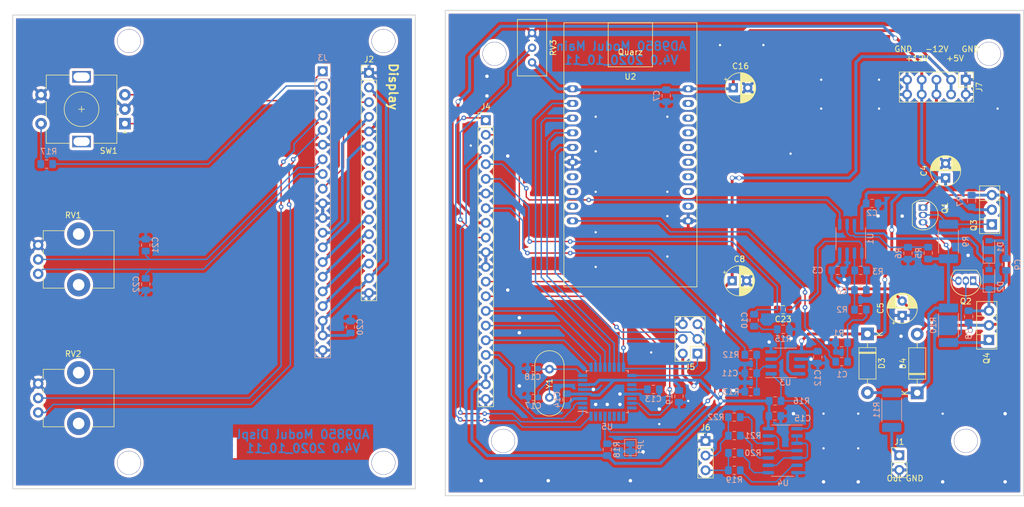
<source format=kicad_pcb>
(kicad_pcb (version 20240108) (generator "pcbnew") (generator_version "8.0")
  (title_block (title "DDS Modul 2") (date "2020-10-24") (rev "A5") (comment 1 "DDS mit Arduino NANO on board") (comment 2 "Basierend auf Schaltung DDS VFO  Richard Visokey AD7C www.ad7c.com") (comment 3 "Mit verbesserungen"))
  (layers (0 "F.Cu" signal) (31 "B.Cu" signal) (34 "B.Paste" user) (35 "F.Paste" user) (36 "B.SilkS" user "B.Silkscreen") (37 "F.SilkS" user "F.Silkscreen") (38 "B.Mask" user) (39 "F.Mask" user) (44 "Edge.Cuts" user))
  (net 0 "")
  (net 1 "+12V")
  (net 2 "-12V")
  (net 3 "+5V")
  (net 4 "GND")
  (net 5 "CLK")
  (net 6 "FQ")
  (net 7 "DATA")
  (net 8 "RST")
  (net 9 "Net-(C1-Pad1)")
  (net 10 "DDS_Out")
  (net 11 "Net-(C6-Pad2)")
  (net 12 "Amp_Out")
  (net 13 "Enc_A")
  (net 14 "Enc_B")
  (net 15 "Switch")
  (net 16 "Net-(C9-Pad2)")
  (net 17 "Net-(J2-Pad3)")
  (net 18 "Net-(C9-Pad1)")
  (net 19 "Net-(D1-Pad1)")
  (net 20 "Net-(D3-Pad2)")
  (net 21 "E")
  (net 22 "RS")
  (net 23 "DB4")
  (net 24 "DB5")
  (net 25 "DB6")
  (net 26 "DB7")
  (net 27 "Net-(C10-Pad2)")
  (net 28 "Ver1_Out")
  (net 29 "Net-(C11-Pad1)")
  (net 30 "Net-(C13-Pad1)")
  (net 31 "Net-(C17-Pad2)")
  (net 32 "Net-(C18-Pad2)")
  (net 33 "DB7z")
  (net 34 "DB6z")
  (net 35 "DB5z")
  (net 36 "DB4z")
  (net 37 "Ez")
  (net 38 "RSz")
  (net 39 "Net-(J3-Pad5)")
  (net 40 "Schwelle1")
  (net 41 "Ver2_in")
  (net 42 "Reset")
  (net 43 "Net-(J6-Pad3)")
  (net 44 "Net-(J6-Pad2)")
  (net 45 "Net-(Q1-Pad2)")
  (net 46 "Net-(Q2-Pad2)")
  (net 47 "Net-(R5-Pad1)")
  (net 48 "Net-(R16-Pad2)")
  (net 49 "Net-(R17-Pad2)")
  (net 50 "Net-(R19-Pad2)")
  (net 51 "Net-(R20-Pad2)")
  (net 52 "Net-(R21-Pad2)")
  (net 53 "Net-(R22-Pad2)")
  (net 54 "Net-(U4-Pad2)")
  (net 55 "Net-(U4-Pad11)")
  (net 56 "GNDS")
  (net 57 "VEE")
  (net 58 "Net-(J3-Pad4)")
  (net 59 "Enc_Az")
  (net 60 "Switchz")
  (net 61 "Enc_Bz")
  (net 62 "Net-(J4-Pad9)")
  (net 63 "Net-(C21-Pad1)")
  (net 64 "Net-(C22-Pad1)")
  (net 65 "Net-(C23-Pad1)")
  (footprint "Connector_PinHeader_2.54mm:PinHeader_2x05_P2.54mm_Vertical" (layer "F.Cu") (at 260 70 -90)
    (property "Reference" "J7")
    (property "Value" "Conn_02x05_Odd_Even")
  )
  (footprint "Capacitor_THT:CP_Radial_D5.0mm_P2.50mm" (layer "F.Cu") (at 256.5 87 90)
    (property "Reference" "C4")
    (property "Value" "100u")
  )
  (footprint "Connector_PinHeader_2.54mm:PinHeader_1x02_P2.54mm_Vertical" (layer "F.Cu") (at 248.5 135)
    (property "Reference" "J1")
    (property "Value" "Conn_01x02_Male")
  )
  (footprint "Capacitor_THT:CP_Radial_D5.0mm_P2.50mm" (layer "F.Cu") (at 249 110.8 90)
    (property "Reference" "C5")
    (property "Value" "100u")
  )
  (footprint "Capacitor_THT:CP_Radial_D5.0mm_P2.50mm" (layer "F.Cu") (at 219.6 104.8)
    (property "Reference" "C8")
    (property "Value" "100u")
  )
  (footprint "Capacitor_THT:CP_Radial_D5.0mm_P2.50mm" (layer "F.Cu") (at 219.8 71.4)
    (property "Reference" "C16")
    (property "Value" "100u")
  )
  (footprint "Connector_PinHeader_2.54mm:PinHeader_1x16_P2.54mm_Vertical" (layer "F.Cu") (at 156.8 68.8)
    (property "Reference" "J2")
    (property "Value" "Conn_01x16_Male")
  )
  (footprint "Potentiometer_THT:Potentiometer_Bourns_3296W_Vertical" (layer "F.Cu") (at 185 67 -90)
    (property "Reference" "RV3")
    (property "Value" "25k")
  )
  (footprint "Rotary_Encoder:RotaryEncoder_Alps_EC11E-Switch_Vertical_H20mm" (layer "F.Cu") (at 114.6 77.6 180)
    (property "Reference" "SW1")
    (property "Value" "Rotary_Encoder_Switch")
  )
  (footprint "Diode_THT:D_DO-41_SOD81_P10.16mm_Horizontal" (layer "F.Cu") (at 243 114 -90)
    (property "Reference" "D3")
    (property "Value" "1N4007")
  )
  (footprint "Diode_THT:D_DO-41_SOD81_P10.16mm_Horizontal" (layer "F.Cu") (at 251.6 124.2 90)
    (property "Reference" "D4")
    (property "Value" "1N4007")
  )
  (footprint "Package_TO_SOT_THT:TO-126-3_Vertical" (layer "F.Cu") (at 264.5 95.04 90)
    (property "Reference" "Q3")
    (property "Value" "BD139")
  )
  (footprint "Package_TO_SOT_THT:TO-126-3_Vertical" (layer "F.Cu") (at 264 115.04 90)
    (property "Reference" "Q4")
    (property "Value" "BD140")
  )
  (footprint "AD9850_module:AD9850modul" (layer "F.Cu") (at 202 83 -90)
    (property "Reference" "U2")
    (property "Value" "AD9850_modul")
  )
  (footprint "Connector_PinHeader_2.54mm:PinHeader_2x03_P2.54mm_Vertical" (layer "F.Cu") (at 213.6 117.4 180)
    (property "Reference" "J5")
    (property "Value" "AVR-ISP-6")
  )
  (footprint "Connector_PinHeader_2.54mm:PinHeader_1x03_P2.54mm_Vertical" (layer "F.Cu") (at 215 132.52)
    (property "Reference" "J6")
    (property "Value" "Conn_01x03_Male")
  )
  (footprint "Package_TO_SOT_THT:TO-92_Inline" (layer "F.Cu") (at 252.6 92.13 -90)
    (property "Reference" "Q1")
    (property "Value" "BC547")
  )
  (footprint "Package_TO_SOT_THT:TO-92_Inline" (layer "F.Cu") (at 261.27 104.8 180)
    (property "Reference" "Q2")
    (property "Value" "BC556")
  )
  (footprint "Potentiometer_THT:Potentiometer_Bourns_PTV09A-1_Single_Vertical" (layer "F.Cu") (at 99.6 103.6)
    (property "Reference" "RV1")
    (property "Value" "Schwelle")
  )
  (footprint "Potentiometer_THT:Potentiometer_Bourns_PTV09A-1_Single_Vertical" (layer "F.Cu") (at 99.6 127.6)
    (property "Reference" "RV2")
    (property "Value" "Level")
  )
  (footprint "Crystal:Crystal_HC18-U_Vertical" (layer "F.Cu") (at 188 125 90)
    (property "Reference" "Y1")
    (property "Value" "Crystal")
  )
  (footprint "Connector_PinHeader_2.54mm:PinHeader_1x20_P2.54mm_Vertical" (layer "F.Cu") (at 177 77)
    (property "Reference" "J4")
    (property "Value" "Conn_01x20_Male")
  )
  (footprint "Capacitor_SMD:C_0805_2012Metric_Pad1.15x1.40mm_HandSolder" (layer "F.Cu") (at 228.425 109.8 180)
    (property "Reference" "C23")
    (property "Value" "100n")
  )
  (footprint "Capacitor_SMD:C_0805_2012Metric_Pad1.15x1.40mm_HandSolder" (layer "B.Cu") (at 237.825 103 180)
    (property "Reference" "C3")
    (property "Value" "100n")
  )
  (footprint "Resistor_SMD:R_0805_2012Metric_Pad1.15x1.40mm_HandSolder" (layer "B.Cu") (at 238.525 115.5 180)
    (property "Reference" "R1")
    (property "Value" "100k")
  )
  (footprint "Resistor_SMD:R_0805_2012Metric_Pad1.15x1.40mm_HandSolder" (layer "B.Cu") (at 241.775 109.8 180)
    (property "Reference" "R2")
    (property "Value" "1k")
  )
  (footprint "Resistor_SMD:R_2512_6332Metric_Pad1.52x3.35mm_HandSolder" (layer "B.Cu") (at 247.2 127.1875 -90)
    (property "Reference" "R11")
    (property "Value" "10R")
  )
  (footprint "Capacitor_SMD:C_0805_2012Metric_Pad1.15x1.40mm_HandSolder" (layer "B.Cu") (at 238.525 118.8 180)
    (property "Reference" "C1")
    (property "Value" "100n")
  )
  (footprint "Resistor_SMD:R_0805_2012Metric_Pad1.15x1.40mm_HandSolder" (layer "B.Cu") (at 241.825 103)
    (property "Reference" "R3")
    (property "Value" "10k")
  )
  (footprint "Capacitor_SMD:C_0805_2012Metric_Pad1.15x1.40mm_HandSolder" (layer "B.Cu") (at 243.8 91.4)
    (property "Reference" "C2")
    (property "Value" "100n")
  )
  (footprint "Capacitor_SMD:C_0805_2012Metric_Pad1.15x1.40mm_HandSolder" (layer "B.Cu") (at 241.775 106.4 180)
    (property "Reference" "C6")
    (property "Value" "C")
  )
  (footprint "Capacitor_SMD:C_0805_2012Metric_Pad1.15x1.40mm_HandSolder" (layer "B.Cu") (at 208.2 72.775 -90)
    (property "Reference" "C7")
    (property "Value" "100n")
  )
  (footprint "Capacitor_SMD:C_0805_2012Metric_Pad1.15x1.40mm_HandSolder" (layer "B.Cu") (at 191 125.375 -90)
    (property "Reference" "C14")
    (property "Value" "100n")
  )
  (footprint "Resistor_SMD:R_0805_2012Metric_Pad1.15x1.40mm_HandSolder" (layer "B.Cu") (at 101.075 84.6 180)
    (property "Reference" "R17")
    (property "Value" "100R")
  )
  (footprint "Capacitor_SMD:C_0805_2012Metric_Pad1.15x1.40mm_HandSolder" (layer "B.Cu") (at 267 101.975 -90)
    (property "Reference" "C9")
    (property "Value" "100n")
  )
  (footprint "Resistor_SMD:R_0805_2012Metric_Pad1.15x1.40mm_HandSolder" (layer "B.Cu") (at 253.5 100 -90)
    (property "Reference" "R5")
    (property "Value" "10k")
  )
  (footprint "Resistor_SMD:R_0805_2012Metric_Pad1.15x1.40mm_HandSolder" (layer "B.Cu") (at 261 91 90)
    (property "Reference" "R7")
    (property "Value" "4,7k")
  )
  (footprint "Resistor_SMD:R_0805_2012Metric_Pad1.15x1.40mm_HandSolder" (layer "B.Cu") (at 260.5 111 -90)
    (property "Reference" "R8")
    (property "Value" "4,7k")
  )
  (footprint "Resistor_SMD:R_2512_6332Metric_Pad1.52x3.35mm_HandSolder" (layer "B.Cu") (at 257 98 -90)
    (property "Reference" "R9")
    (property "Value" "6,8")
  )
  (footprint "Resistor_SMD:R_2512_6332Metric_Pad1.52x3.35mm_HandSolder" (layer "B.Cu") (at 257 112.5 -90)
    (property "Reference" "R10")
    (property "Value" "6,8")
  )
  (footprint "Diode_SMD:D_SOD-123" (layer "B.Cu") (at 264 99.5 90)
    (property "Reference" "D1")
    (property "Value" "1N4148W")
  )
  (footprint "Diode_SMD:D_SOD-123" (layer "B.Cu") (at 264 104.5 90)
    (property "Reference" "D2")
    (property "Value" "1N4148W")
  )
  (footprint "Resistor_SMD:R_0805_2012Metric_Pad1.15x1.40mm_HandSolder" (layer "B.Cu") (at 250 100.025 -90)
    (property "Reference" "R6")
    (property "Value" "3k")
  )
  (footprint "Capacitor_SMD:C_0805_2012Metric_Pad1.15x1.40mm_HandSolder" (layer "B.Cu") (at 223.4 111.625 -90)
    (property "Reference" "C10")
    (property "Value" "C")
  )
  (footprint "Capacitor_SMD:C_0805_2012Metric_Pad1.15x1.40mm_HandSolder" (layer "B.Cu") (at 222.825 120.8 180)
    (property "Reference" "C11")
    (property "Value" "C")
  )
  (footprint "Capacitor_SMD:C_0805_2012Metric_Pad1.15x1.40mm_HandSolder" (layer "B.Cu") (at 234.4 118.025 -90)
    (property "Reference" "C12")
    (property "Value" "100n")
  )
  (footprint "Capacitor_SMD:C_0805_2012Metric_Pad1.15x1.40mm_HandSolder" (layer "B.Cu") (at 205.975 123.6)
    (property "Reference" "C13")
    (property "Value" "100n")
  )
  (footprint "Capacitor_SMD:C_0805_2012Metric_Pad1.15x1.40mm_HandSolder" (layer "B.Cu") (at 226.975 128.2)
    (property "Reference" "C15")
    (property "Value" "100n")
  )
  (footprint "Capacitor_SMD:C_0603_1608Metric_Pad1.05x0.95mm_HandSolder" (layer "B.Cu") (at 185.2 125)
    (property "Reference" "C17")
    (property "Value" "C")
  )
  (footprint "Capacitor_SMD:C_0603_1608Metric_Pad1.05x0.95mm_HandSolder" (layer "B.Cu") (at 185.125 120)
    (property "Reference" "C18")
    (property "Value" "C")
  )
  (footprint "Jumper:SolderJumper-2_P1.3mm_Bridged_Pad1.0x1.5mm" (layer "B.Cu") (at 202 133.65 90)
    (property "Reference" "JP1")
    (property "Value" "Jumper_2_Open")
  )
  (footprint "Resistor_SMD:R_0805_2012Metric_Pad1.15x1.40mm_HandSolder" (layer "B.Cu") (at 222.825 117.6 180)
    (property "Reference" "R12")
    (property "Value" "1k")
  )
  (footprint "Resistor_SMD:R_0805_2012Metric_Pad1.15x1.40mm_HandSolder" (layer "B.Cu") (at 222.825 124 180)
    (property "Reference" "R13")
    (property "Value" "10k")
  )
  (footprint "Resistor_SMD:R_0805_2012Metric_Pad1.15x1.40mm_HandSolder" (layer "B.Cu") (at 228.425 113.2)
    (property "Reference" "R15")
    (property "Value" "10k")
  )
  (footprint "Resistor_SMD:R_0805_2012Metric_Pad1.15x1.40mm_HandSolder" (layer "B.Cu") (at 227.025 125.6)
    (property "Reference" "R16")
    (property "Value" "4,7k")
  )
  (footprint "Resistor_SMD:R_0805_2012Metric_Pad1.15x1.40mm_HandSolder" (layer "B.Cu") (at 198 134.025 90)
    (property "Reference" "R18")
    (property "Value" "10k")
  )
  (footprint "Resistor_SMD:R_0805_2012Metric_Pad1.15x1.40mm_HandSolder" (layer "B.Cu") (at 219.975 137.6)
    (property "Reference" "R19")
    (property "Value" "240")
  )
  (footprint "Resistor_SMD:R_0805_2012Metric_Pad1.15x1.40mm_HandSolder" (layer "B.Cu") (at 219.975 134.6)
    (property "Reference" "R20")
    (property "Value" "240")
  )
  (footprint "Resistor_SMD:R_0805_2012Metric_Pad1.15x1.40mm_HandSolder" (layer "B.Cu") (at 219.975 131.6)
    (property "Reference" "R21")
    (property "Value" "240")
  )
  (footprint "Resistor_SMD:R_0805_2012Metric_Pad1.15x1.40mm_HandSolder" (layer "B.Cu") (at 219.975 128.4)
    (property "Reference" "R22")
    (property "Value" "240")
  )
  (footprint "Package_SO:SOIC-8_3.9x4.9mm_P1.27mm" (layer "B.Cu") (at 240.11 97.525 90)
    (property "Reference" "U1")
    (property "Value" "LM4562")
  )
  (footprint "Package_SO:SOIC-8_3.9x4.9mm_P1.27mm" (layer "B.Cu") (at 228.8 119)
    (property "Reference" "U3")
    (property "Value" "lm393")
  )
  (footprint "Package_SO:SOIC-14_3.9x8.7mm_P1.27mm" (layer "B.Cu") (at 228.325 134.2 180)
    (property "Reference" "U4")
    (property "Value" "74HC14")
  )
  (footprint "Package_QFP:TQFP-32_7x7mm_P0.8mm" (layer "B.Cu") (at 198 124)
    (property "Reference" "U5")
    (property "Value" "ATmega328P-AU")
  )
  (footprint "Connector_PinHeader_2.54mm:PinHeader_1x20_P2.54mm_Vertical" (layer "B.Cu") (at 148.8 68.54 180)
    (property "Reference" "J3")
    (property "Value" "Conn_01x20_Male")
  )
  (footprint "Capacitor_SMD:C_0805_2012Metric_Pad1.15x1.40mm_HandSolder" (layer "B.Cu") (at 210.4 124.8 -90)
    (property "Reference" "C19")
    (property "Value" "100n")
  )
  (footprint "Capacitor_SMD:C_0805_2012Metric_Pad1.15x1.40mm_HandSolder" (layer "B.Cu") (at 153.6 112.8 90)
    (property "Reference" "C20")
    (property "Value" "100n")
  )
  (footprint "Capacitor_SMD:C_0805_2012Metric_Pad1.15x1.40mm_HandSolder" (layer "B.Cu") (at 118.2 98.625 90)
    (property "Reference" "C21")
    (property "Value" "100n")
  )
  (footprint "Capacitor_SMD:C_0805_2012Metric_Pad1.15x1.40mm_HandSolder" (layer "B.Cu") (at 118.2 105.4 -90)
    (property "Reference" "C22")
    (property "Value" "100n")
  )
  (gr_line (start 170 58) (end 170 142) (stroke (width 0.15)) (layer "Edge.Cuts"))
  (gr_line (start 164.8 58.8) (end 95.2 58.8) (stroke (width 0.15)) (layer "Edge.Cuts"))
  (gr_line (start 95.2 140.8) (end 95.2 58.8) (stroke (width 0.15)) (layer "Edge.Cuts"))
  (gr_line (start 270 142) (end 270 58) (stroke (width 0.15)) (layer "Edge.Cuts"))
  (gr_line (start 270 142) (end 170 142) (stroke (width 0.15)) (layer "Edge.Cuts"))
  (gr_line (start 164.8 140.8) (end 95.2 140.8) (stroke (width 0.15)) (layer "Edge.Cuts"))
  (gr_line (start 270 58) (end 170 58) (stroke (width 0.15)) (layer "Edge.Cuts"))
  (gr_line (start 164.8 58.8) (end 164.8 140.8) (stroke (width 0.15)) (layer "Edge.Cuts"))
  (gr_text "Level" (at 115.2 119.8 270) (layer "F.Cu") (effects (font (size 1.5 1.5) (thickness 0.3))))
  (gr_text "Front" (at 130.4 133.6 0) (layer "F.Cu") (effects (font (size 1.5 1.5) (thickness 0.3))))
  (gr_text "PWM" (at 115 96.4 270) (layer "F.Cu") (effects (font (size 1.5 1.5) (thickness 0.3))))
  (gr_text "AD9850 Modul Displ\nV4.0 2020_10_11" (at 145.4 132.6 0) (layer "B.Cu") (effects (font (size 1.5 1.5) (thickness 0.3)) (justify mirror)))
  (gr_text "AD9850 Modul Main\nV4.0 2020_10_11" (at 200.4 65.4 0) (layer "B.Cu") (effects (font (size 1.5 1.5) (thickness 0.3)) (justify mirror)))
  (gr_text "Display\n" (at 161 71.2 270) (layer "F.SilkS") (effects (font (size 1.5 1.5) (thickness 0.3))))
  (gr_text "Out GND" (at 249.5 139 0) (layer "F.SilkS") (effects (font (size 1 1))))
  (gr_text "GND   -12V   GND\n+12V    +5V " (at 255 65.5 0) (layer "F.SilkS") (effects (font (size 1 1))))
  (via (at 178.5 65.5) (size 4.1) (drill 4) (layers "F.Cu" "B.Cu") (net 0))
  (via (at 159.3 63.3) (size 4.1) (drill 4) (layers "F.Cu" "B.Cu") (net 0))
  (via (at 115.3 63.3) (size 4.1) (drill 4) (layers "F.Cu" "B.Cu") (net 0))
  (via (at 264 65.5) (size 4.1) (drill 4) (layers "F.Cu" "B.Cu") (net 0))
  (via (at 260 132.5) (size 4.1) (drill 4) (layers "F.Cu" "B.Cu") (net 0))
  (via (at 180 132.5) (size 4.1) (drill 4) (layers "F.Cu" "B.Cu") (net 0))
  (via (at 159.3 136.3) (size 4.1) (drill 4) (layers "F.Cu" "B.Cu") (net 0))
  (via (at 115.3 136.3) (size 4.1) (drill 4) (layers "F.Cu" "B.Cu") (net 0))
  (segment (start 248 62.8) (end 247.8 62.8) (width 0.5) (layer "F.Cu") (net 1))
  (segment (start 177 94.78) (end 175.78 94.78) (width 0.5) (layer "F.Cu") (net 1))
  (segment (start 252.38 70) (end 252.38 67.18) (width 0.5) (layer "F.Cu") (net 1))
  (segment (start 252.38 67.18) (end 248 62.8) (width 0.5) (layer "F.Cu") (net 1))
  (segment (start 247.2 96) (end 247.2 102.8) (width 0.5) (layer "F.Cu") (net 1))
  (segment (start 243 114) (end 241.4 114) (width 0.5) (layer "F.Cu") (net 1))
  (segment (start 241.4 114) (end 232.8 114) (width 0.5) (layer "F.Cu") (net 1))
  (segment (start 232.8 114) (end 231.6 115.2) (width 0.5) (layer "F.Cu") (net 1))
  (segment (start 175.78 94.78) (end 172.2 91.2) (width 0.5) (layer "F.Cu") (net 1))
  (segment (start 246 104) (end 246 104.6) (width 0.5) (layer "F.Cu") (net 1))
  (segment (start 172.2 91.2) (end 172.2 74.8) (width 0.5) (layer "F.Cu") (net 1))
  (segment (start 172.2 74.8) (end 172.2 73.8) (width 0.5) (layer "F.Cu") (net 1))
  (segment (start 247.2 102.8) (end 246 104) (width 0.5) (layer "F.Cu") (net 1))
  (via (at 231.6 115.2) (size 0.8) (drill 0.6) (layers "F.Cu" "B.Cu") (net 1))
  (via (at 172.2 73.8) (size 0.8) (drill 0.6) (layers "F.Cu" "B.Cu") (net 1))
  (via (at 246 104.6) (size 0.8) (drill 0.6) (layers "F.Cu" "B.Cu") (net 1))
  (via (at 247.2 96) (size 0.8) (drill 0.6) (layers "F.Cu" "B.Cu") (net 1))
  (via (at 247.8 62.8) (size 0.8) (drill 0.6) (layers "F.Cu" "B.Cu") (net 1))
  (segment (start 256.5 88.3) (end 260.225 92.025) (width 0.5) (layer "B.Cu") (net 1))
  (segment (start 243 114) (end 245.6 114) (width 0.5) (layer "B.Cu") (net 1))
  (segment (start 234.305 117.095) (end 234.4 117) (width 0.5) (layer "B.Cu") (net 1))
  (segment (start 231.6 115.2) (end 231.6 116.77) (width 0.5) (layer "B.Cu") (net 1))
  (segment (start 174.2 71.8) (end 172.2 73.8) (width 0.5) (layer "B.Cu") (net 1))
  (segment (start 252.38 72.54) (end 252.38 75.62) (width 0.5) (layer "B.Cu") (net 1))
  (segment (start 260.225 92.025) (end 260.3 92.025) (width 0.5) (layer "B.Cu") (net 1))
  (segment (start 231.6 116.77) (end 231.275 117.095) (width 0.5) (layer "B.Cu") (net 1))
  (segment (start 249.9 89.5) (end 243.1 89.5) (width 0.5) (layer "B.Cu") (net 1))
  (segment (start 255 87) (end 252.38 84.38) (width 0.5) (layer "B.Cu") (net 1))
  (segment (start 248.9 89.5) (end 247.2 91.2) (width 0.5) (layer "B.Cu") (net 1))
  (segment (start 252.38 70) (end 252.38 72.54) (width 0.5) (layer "B.Cu") (net 1))
  (segment (start 242.775 89.825) (end 242.775 91.4) (width 0.5) (layer "B.Cu") (net 1))
  (segment (start 243.1 89.5) (end 242.775 89.825) (width 0.5) (layer "B.Cu") (net 1))
  (segment (start 245.749999 60.749999) (end 179.549999 60.749999) (width 0.5) (layer "B.Cu") (net 1))
  (segment (start 260.3 92.025) (end 261 92.025) (width 0.5) (layer "B.Cu") (net 1))
  (segment (start 229.505 117.095) (end 229.2 117.4) (width 0.5) (layer "B.Cu") (net 1))
  (segment (start 264.5 92.5) (end 261.475 92.5) (width 0.5) (layer "B.Cu") (net 1))
  (segment (start 246 113.6) (end 245.6 114) (width 0.5) (layer "B.Cu") (net 1))
  (segment (start 174.2 66.099998) (end 174.2 71.8) (width 0.5) (layer "B.Cu") (net 1))
  (segment (start 252.7 89.5) (end 249.9 89.5) (width 0.5) (layer "B.Cu") (net 1))
  (segment (start 264.975 92.025) (end 264.5 92.5) (width 0.5) (layer "B.Cu") (net 1))
  (segment (start 261.475 92.5) (end 261 92.025) (width 0.5) (layer "B.Cu") (net 1))
  (segment (start 242.015 92.16) (end 242.775 91.4) (width 0.5) (layer "B.Cu") (net 1))
  (segment (start 249.9 89.5) (end 248.9 89.5) (width 0.5) (layer "B.Cu") (net 1))
  (segment (start 246 104.6) (end 246 113.6) (width 0.5) (layer "B.Cu") (net 1))
  (segment (start 229.2 117.4) (end 229.2 120.2) (width 0.5) (layer "B.Cu") (net 1))
  (segment (start 256.5 87) (end 255.2 87) (width 0.5) (layer "B.Cu") (net 1))
  (segment (start 256.5 87) (end 255 87) (width 0.5) (layer "B.Cu") (net 1))
  (segment (start 252.38 84.38) (end 252.38 75.62) (width 0.5) (layer "B.Cu") (net 1))
  (segment (start 256.5 87) (end 256.5 88.3) (width 0.5) (layer "B.Cu") (net 1))
  (segment (start 229.2 120.2) (end 229.905 120.905) (width 0.5) (layer "B.Cu") (net 1))
  (segment (start 229.905 120.905) (end 231.275 120.905) (width 0.5) (layer "B.Cu") (net 1))
  (segment (start 179.549999 60.749999) (end 174.2 66.099998) (width 0.5) (layer "B.Cu") (net 1))
  (segment (start 231.275 117.095) (end 229.505 117.095) (width 0.5) (layer "B.Cu") (net 1))
  (segment (start 242.015 95.05) (end 242.015 92.16) (width 0.5) (layer "B.Cu") (net 1))
  (segment (start 247.8 62.8) (end 245.749999 60.749999) (width 0.5) (layer "B.Cu") (net 1))
  (segment (start 231.275 117.095) (end 234.305 117.095) (width 0.5) (layer "B.Cu") (net 1))
  (segment (start 255.2 87) (end 252.7 89.5) (width 0.5) (layer "B.Cu") (net 1))
  (segment (start 247.2 91.2) (end 247.2 96) (width 0.5) (layer "B.Cu") (net 1))
  (segment (start 254.92 74.92) (end 254.92 72.54) (width 0.5) (layer "F.Cu") (net 2))
  (segment (start 260.9 112.5) (end 253.5 112.5) (width 0.5) (layer "F.Cu") (net 2))
  (segment (start 246.9 106.2) (end 249 108.3) (width 0.5) (layer "F.Cu") (net 2))
  (segment (start 267.5 80.5) (end 264 77) (width 0.5) (layer "F.Cu") (net 2))
  (segment (start 253.5 112.5) (end 253.2 112.5) (width 0.5) (layer "F.Cu") (net 2))
  (segment (start 253.2 112.5) (end 249 108.3) (width 0.5) (layer "F.Cu") (net 2))
  (segment (start 257 77) (end 254.92 74.92) (width 0.5) (layer "F.Cu") (net 2))
  (segment (start 253.5 112.5) (end 253.14 112.5) (width 0.5) (layer "F.Cu") (net 2))
  (segment (start 264.16 112.34) (end 264 112.5) (width 0.5) (layer "F.Cu") (net 2))
  (segment (start 264 77) (end 257 77) (width 0.5) (layer "F.Cu") (net 2))
  (segment (start 238.4 106.2) (end 246.9 106.2) (width 0.5) (layer "F.Cu") (net 2))
  (segment (start 260.8 112.6) (end 260.9 112.5) (width 0.5) (layer "F.Cu") (net 2))
  (segment (start 267.5 80.5) (end 267.5 89.9) (width 0.5) (layer "F.Cu") (net 2))
  (segment (start 267.5 89.9) (end 267.5 112.34) (width 0.5) (layer "F.Cu") (net 2))
  (segment (start 264 112.5) (end 260.9 112.5) (width 0.5) (layer "F.Cu") (net 2))
  (segment (start 253.14 112.5) (end 251.6 114.04) (width 0.5) (layer "F.Cu") (net 2))
  (segment (start 260.8 113.4) (end 260.8 112.6) (width 0.5) (layer "F.Cu") (net 2))
  (segment (start 267.5 112.34) (end 264.16 112.34) (width 0.5) (layer "F.Cu") (net 2))
  (via (at 238.4 106.2) (size 0.8) (drill 0.6) (layers "F.Cu" "B.Cu") (net 2))
  (via (at 260.8 113.4) (size 0.8) (drill 0.6) (layers "F.Cu" "B.Cu") (net 2))
  (segment (start 236.8 103) (end 236.8 104.6) (width 0.5) (layer "B.Cu") (net 2))
  (segment (start 260.5 112.025) (end 260.5 113.1) (width 0.5) (layer "B.Cu") (net 2))
  (segment (start 254.92 70) (end 254.92 72.54) (width 0.5) (layer "B.Cu") (net 2))
  (segment (start 238.2 106) (end 238.4 106.2) (width 0.5) (layer "B.Cu") (net 2))
  (segment (start 238.205 101.595) (end 236.8 103) (width 0.5) (layer "B.Cu") (net 2))
  (segment (start 264.45 112.05) (end 264 112.5) (width 0.5) (layer "B.Cu") (net 2))
  (segment (start 236.8 104.6) (end 238.4 106.2) (width 0.5) (layer "B.Cu") (net 2))
  (segment (start 260.5 113.1) (end 260.8 113.4) (width 0.5) (layer "B.Cu") (net 2))
  (segment (start 264 112.5) (end 260.95 112.5) (width 0.5) (layer "B.Cu") (net 2))
  (segment (start 238.2 100.005) (end 238.205 100) (width 0.5) (layer "B.Cu") (net 2))
  (segment (start 238.205 100) (end 238.205 101.595) (width 0.5) (layer "B.Cu") (net 2))
  (segment (start 260.95 112.5) (end 260.5 112.05) (width 0.5) (layer "B.Cu") (net 2))
  (segment (start 217.613186 124.386814) (end 217.613186 106.613186) (width 0.5) (layer "F.Cu") (net 3))
  (segment (start 257.46 70) (end 252.96 65.5) (width 0.5) (layer "F.Cu") (net 3))
  (segment (start 213 123) (end 211.06 121.06) (width 0.5) (layer "F.Cu") (net 3))
  (segment (start 219.6 87) (end 219.6 104.8) (width 0.5) (layer "F.Cu") (net 3))
  (segment (start 219.8 64.4) (end 219.8 71.4) (width 0.5) (layer "F.Cu") (net 3))
  (segment (start 249 61.5) (end 222.7 61.5) (width 0.5) (layer "F.Cu") (net 3))
  (segment (start 252.96 65.5) (end 252.96 65.46) (width 0.5) (layer "F.Cu") (net 3))
  (segment (start 252.96 65.46) (end 249 61.5) (width 0.5) (layer "F.Cu") (net 3))
  (segment (start 219.426372 104.8) (end 217.613186 106.613186) (width 0.5) (layer "F.Cu") (net 3))
  (segment (start 212.17 71.4) (end 212 71.57) (width 0.5) (layer "F.Cu") (net 3))
  (segment (start 211.06 121.06) (end 211.06 117.4) (width 0.5) (layer "F.Cu") (net 3))
  (segment (start 219.6 104.8) (end 219.426372 104.8) (width 0.5) (layer "F.Cu") (net 3))
  (segment (start 222.7 61.5) (end 219.8 64.4) (width 0.5) (layer "F.Cu") (net 3))
  (via (at 219.6 87) (size 0.8) (drill 0.6) (layers "F.Cu" "B.Cu") (net 3))
  (via (at 217.613186 125.6) (size 0.8) (drill 0.6) (layers "F.Cu" "B.Cu") (net 3))
  (via (at 217.613186 124.386814) (size 0.8) (drill 0.6) (layers "F.Cu" "B.Cu") (net 3))
  (via (at 213 123) (size 0.8) (drill 0.6) (layers "F.Cu" "B.Cu") (net 3))
  (via (at 220.8 87) (size 0.8) (drill 0.6) (layers "F.Cu" "B.Cu") (net 3))
  (segment (start 212 71.57) (end 219.63 71.57) (width 0.5) (layer "B.Cu") (net 3))
  (segment (start 174.6 123.8) (end 175.68 122.72) (width 0.5) (layer "B.Cu") (net 3))
  (segment (start 214.013186 122) (end 214 122) (width 0.5) (layer "B.Cu") (net 3))
  (segment (start 195.850001 122.749999) (end 194.814999 122.749999) (width 0.5) (layer "B.Cu") (net 3))
  (segment (start 199.35 136.4) (end 207.2 136.4) (width 0.5) (layer "B.Cu") (net 3))
  (segment (start 202.25 122) (end 199.2 122) (width 0.5) (layer "B.Cu") (net 3))
  (segment (start 198 135.05) (end 177.25 135.05) (width 0.5) (layer "B.Cu") (net 3))
  (segment (start 193.75 124.4) (end 195.141998 124.4) (width 0.5) (layer "B.Cu") (net 3))
  (segment (start 198 135.05) (end 199.35 136.4) (width 0.5) (layer "B.Cu") (net 3))
  (segment (start 217.613186 124.386814) (end 217.613186 125.6) (width 0.5) (layer "B.Cu") (net 3))
  (segment (start 242 66) (end 241 67) (width 0.5) (layer "B.Cu") (net 3))
  (segment (start 257.5 72.58) (end 257.46 72.54) (width 0.5) (layer "B.Cu") (net 3))
  (segment (start 221.4 87) (end 220.8 87) (width 0.5) (layer "B.Cu") (net 3))
  (segment (start 225.85 128.3) (end 225.95 128.2) (width 0.5) (layer "B.Cu") (net 3))
  (segment (start 219.63 71.57) (end 219.8 71.4) (width 0.5) (layer "B.Cu") (net 3))
  (segment (start 194.814999 122.749999) (end 194.764998 122.8) (width 0.5) (layer "B.Cu") (net 3))
  (segment (start 214 122) (end 213 123) (width 0.5) (layer "B.Cu") (net 3))
  (segment (start 175.68 122.72) (end 177 122.72) (width 0.5) (layer "B.Cu") (net 3))
  (segment (start 192.18 71.75) (end 192 71.57) (width 0.5) (layer "B.Cu") (net 3))
  (segment (start 219.6 87) (end 220.8 87) (width 0.5) (layer "B.Cu") (net 3))
  (segment (start 196.6 122) (end 195.850001 122.749999) (width 0.5) (layer "B.Cu") (net 3))
  (segment (start 241 67) (end 241 85.8) (width 0.5) (layer "B.Cu") (net 3))
  (segment (start 195.141998 124.4) (end 195.341998 124.6) (width 0.5) (layer "B.Cu") (net 3))
  (segment (start 208.2 71.75) (end 211.82 71.75) (width 0.5) (layer "B.Cu") (net 3))
  (segment (start 194.764998 122.8) (end 193.75 122.8) (width 0.5) (layer "B.Cu") (net 3))
  (segment (start 209 122) (end 209.4 122) (width 0.5) (layer "B.Cu") (net 3))
  (segment (start 209.4 122) (end 210.4 123) (width 0.5) (layer "B.Cu") (net 3))
  (segment (start 257.46 72.54) (end 257.46 70) (width 0.5) (layer "B.Cu") (net 3))
  (segment (start 226 125.6) (end 226 128.15) (width 0.5) (layer "B.Cu") (net 3))
  (segment (start 241 85.8) (end 239.8 87) (width 0.5) (layer "B.Cu") (net 3))
  (segment (start 209 122) (end 214.013186 122) (width 0.5) (layer "B.Cu") (net 3))
  (segment (start 193.75 124.4) (end 191.05 124.4) (width 0.5) (layer "B.Cu") (net 3))
  (segment (start 207.2 136.4) (end 217.613186 125.986814) (width 0.5) (layer "B.Cu") (net 3))
  (segment (start 192 71.57) (end 189.57 71.57) (width 0.5) (layer "B.Cu") (net 3))
  (segment (start 202.25 122) (end 209 122) (width 0.5) (layer "B.Cu") (net 3))
  (segment (start 210.4 123) (end 210.4 123.775) (width 0.5) (layer "B.Cu") (net 3))
  (segment (start 208.2 71.75) (end 192.18 71.75) (width 0.5) (layer "B.Cu") (net 3))
  (segment (start 189.57 71.57) (end 185 67) (width 0.5) (layer "B.Cu") (net 3))
  (segment (start 239.8 87) (end 221.4 87) (width 0.5) (layer "B.Cu") (net 3))
  (segment (start 211.82 71.75) (end 212 71.57) (width 0.5) (layer "B.Cu") (net 3))
  (segment (start 199.2 122) (end 196.6 122) (width 0.5) (layer "B.Cu") (net 3))
  (segment (start 177.25 135.05) (end 174.6 132.4) (width 0.5) (layer "B.Cu") (net 3))
  (segment (start 177 120.18) (end 177 122.72) (width 0.5) (layer "B.Cu") (net 3))
  (segment (start 217.613186 125.6) (end 226 125.6) (width 0.5) (layer "B.Cu") (net 3))
  (segment (start 214.013186 122) (end 217.613186 125.6) (width 0.5) (layer "B.Cu") (net 3))
  (segment (start 195.341998 124.6) (end 196.6 124.6) (width 0.5) (layer "B.Cu") (net 3))
  (segment (start 225.85 130.39) (end 225.85 128.3) (width 0.5) (layer "B.Cu") (net 3))
  (segment (start 257.46 70) (end 253.46 66) (width 0.5) (layer "B.Cu") (net 3))
  (segment (start 174.6 132.4) (end 174.6 123.8) (width 0.5) (layer "B.Cu") (net 3))
  (segment (start 226 128.15) (end 225.95 128.2) (width 0.5) (layer "B.Cu") (net 3))
  (segment (start 191.05 124.4) (end 191 124.35) (width 0.5) (layer "B.Cu") (net 3))
  (segment (start 217.613186 125.986814) (end 217.613186 125.6) (width 0.5) (layer "B.Cu") (net 3))
  (segment (start 196.6 124.6) (end 199.2 122) (width 0.5) (layer "B.Cu") (net 3))
  (segment (start 253.46 66) (end 242 66) (width 0.5) (layer "B.Cu") (net 3))
  (segment (start 195.6 123.6) (end 199.4 123.6) (width 0.5) (layer "F.Cu") (net 4))
  (segment (start 220.8 125.6) (end 219.8 124.6) (width 0.5) (layer "F.Cu") (net 4))
  (segment (start 244.825 98.775) (end 244.825 93.575) (width 0.5) (layer "F.Cu") (net 4))
  (segment (start 226 115.4) (end 228.8 115.4) (width 0.5) (layer "F.Cu") (net 4))
  (segment (start 219.8 124.6) (end 219.8 123.8) (width 0.5) (layer "F.Cu") (net 4))
  (segment (start 204.2 134.4) (end 207 131.6) (width 0.5) (layer "F.Cu") (net 4))
  (segment (start 199.4 123.6) (end 200.2 124.4) (width 0.5) (layer "F.Cu") (net 4))
  (segment (start 228.8 115.4) (end 229.4 114.8) (width 0.5) (layer "F.Cu") (net 4))
  (segment (start 207 131.6) (end 207 127) (width 0.5) (layer "F.Cu") (net 4))
  (segment (start 228 125.6) (end 220.8 125.6) (width 0.5) (layer "F.Cu") (net 4))
  (segment (start 229.4 114.8) (end 229.8 114.8) (width 0.5) (layer "F.Cu") (net 4))
  (segment (start 181.54 125.26) (end 177 125.26) (width 0.5) (layer "F.Cu") (net 4))
  (segment (start 230.2 127.8) (end 228 125.6) (width 0.5) (layer "F.Cu") (net 4))
  (segment (start 182.8 124) (end 181.54 125.26) (width 0.5) (layer "F.Cu") (net 4))
  (segment (start 182.8 123) (end 182.8 124) (width 0.5) (layer "F.Cu") (net 4))
  (segment (start 239 104.6) (end 244.825 98.775) (width 0.5) (layer "F.Cu") (net 4))
  (via (at 217.5 64) (size 0.8) (drill 0.4) (layers "F.Cu" "B.Cu") (net 4))
  (via (at 235 75) (size 0.8) (drill 0.4) (layers "F.Cu" "B.Cu") (net 4))
  (via (at 195.6 123.6) (size 0.8) (drill 0.6) (layers "F.Cu" "B.Cu") (net 4))
  (via (at 180.8 83.2) (size 0.8) (drill 0.6) (layers "F.Cu" "B.Cu") (net 4))
  (via (at 230.2 127.8) (size 0.8) (drill 0.6) (layers "F.Cu" "B.Cu") (net 4))
  (via (at 245 70) (size 0.8) (drill 0.4) (layers "F.Cu" "B.Cu") (net 4))
  (via (at 260.4 100.4) (size 0.8) (drill 0.6) (layers "F.Cu" "B.Cu") (net 4))
  (via (at 235.9 115.5) (size 0.8) (drill 0.6) (layers "F.Cu" "B.Cu") (net 4))
  (via (at 208.4 76.4) (size 0.8) (drill 0.4) (layers "F.Cu" "B.Cu") (net 4))
  (via (at 200.2 124.4) (size 0.8) (drill 0.6) (layers "F.Cu" "B.Cu") (net 4))
  (via (at 235.4 139.6) (size 0.8) (drill 0.6) (layers "F.Cu" "B.Cu") (net 4))
  (via (at 207 127) (size 0.8) (drill 0.6) (layers "F.Cu" "B.Cu") (net 4))
  (via (at 265.5 75) (size 0.8) (drill 0.4) (layers "F.Cu" "B.Cu") (net 4))
  (via (at 241.4 127.8) (size 0.8) (drill 0.4) (layers "F.Cu" "B.Cu") (net 4))
  (via (at 235.4 133.8) (size 0.8) (drill 0.4) (layers "F.Cu" "B.Cu") (net 4))
  (via (at 196 89.4) (size 0.8) (drill 0.4) (layers "F.Cu" "B.Cu") (net 4))
  (via (at 204.2 134.4) (size 0.8) (drill 0.6) (layers "F.Cu" "B.Cu") (net 4))
  (via (at 205.6 117.2) (size 0.8) (drill 0.4) (layers "F.Cu" "B.Cu") (net 4))
  (via (at 202 139.4) (size 0.8) (drill 0.6) (layers "F.Cu" "B.Cu") (net 4))
  (via (at 245 75) (size 0.8) (drill 0.4) (layers "F.Cu" "B.Cu") (net 4))
  (via (at 187.8 139.4) (size 0.8) (drill 0.6) (layers "F.Cu" "B.Cu") (net 4))
  (via (at 256 139.6) (size 0.8) (drill 0.6) (layers "F.Cu" "B.Cu") (net 4))
  (via (at 196 82.4) (size 0.8) (drill 0.4) (layers "F.Cu" "B.Cu") (net 4))
  (via (at 266.8 127.8) (size 0.8) (drill 0.6) (layers "F.Cu" "B.Cu") (net 4))
  (via (at 182.8 111.2) (size 0.8) (drill 0.6) (layers "F.Cu" "B.Cu") (net 4))
  (via (at 207 129.6) (size 0.8) (drill 0.4) (layers "F.Cu" "B.Cu") (net 4))
  (via (at 229.8 114.8) (size 0.8) (drill 0.6) (layers "F.Cu" "B.Cu") (net 4))
  (via (at 256.6 92) (size 0.8) (drill 0.6) (layers "F.Cu" "B.Cu") (net 4))
  (via (at 182.8 123) (size 0.8) (drill 0.6) (layers "F.Cu" "B.Cu") (net 4))
  (via (at 241.4 139.6) (size 0.8) (drill 0.6) (layers "F.Cu" "B.Cu") (net 4))
  (via (at 176.2 139.4) (size 0.8) (drill 0.6) (layers "F.Cu" "B.Cu") (net 4))
  (via (at 196 76.4) (size 0.8) (drill 0.4) (layers "F.Cu" "B.Cu") (net 4))
  (via (at 226 115.4) (size 0.8) (drill 0.6) (layers "F.Cu" "B.Cu") (net 4))
  (via (at 196 96.4) (size 0.8) (drill 0.4) (layers "F.Cu" "B.Cu") (net 4))
  (via (at 182.8 113.8) (size 0.8) (drill 0.6) (layers "F.Cu" "B.Cu") (net 4))
  (via (at 235 70) (size 0.8) (drill 0.4) (layers "F.Cu" "B.Cu") (net 4))
  (via (at 177.2 72.8) (size 0.8) (drill 0.6) (layers "F.Cu" "B.Cu") (net 4))
  (via (at 174.4 81.4) (size 0.8) (drill 0.4) (layers "F.Cu" "B.Cu") (net 4))
  (via (at 249 93.6) (size 0.8) (drill 0.6) (layers "F.Cu" "B.Cu") (net 4))
  (via (at 244.825 93.575) (size 0.8) (drill 0.6) (layers "F.Cu" "B.Cu") (net 4))
  (via (at 212 125.6) (size 0.8) (drill 0.4) (layers "F.Cu" "B.Cu") (net 4))
  (via (at 208.4 89.4) (size 0.8) (drill 0.4) (layers "F.Cu" "B.Cu") (net 4))
  (via (at 177.2 69.4) (size 0.8) (drill 0.6) (layers "F.Cu" "B.Cu") (net 4))
  (via (at 200.2 126.2) (size 0.8) (drill 0.6) (layers "F.Cu" "B.Cu") (net 4))
  (via (at 229.7 82.8) (size 0.8) (drill 0.4) (layers "F.Cu" "B.Cu") (net 4))
  (via (at 225 64) (size 0.8) (drill 0.4) (layers "F.Cu" "B.Cu") (net 4))
  (via (at 208.4 93.6) (size 0.8) (drill 0.4) (layers "F.Cu" "B.Cu") (net 4))
  (via (at 266.8 139.6) (size 0.8) (drill 0.6) (layers "F.Cu" "B.Cu") (net 4))
  (via (at 248.8 119.6) (size 0.8) (drill 0.6) (layers "F.Cu" "B.Cu") (net 4))
  (via (at 233.235 118.365) (size 0.8) (drill 0.6) (layers "F.Cu" "B.Cu") (net 4))
  (via (at 239 104.6) (size 0.8) (drill 0.6) (layers "F.Cu" "B.Cu") (net 4))
  (via (at 256 127.8) (size 0.8) (drill 0.4) (layers "F.Cu" "B.Cu") (net 4))
  (via (at 219.8 123.8) (size 0.8) (drill 0.6) (layers "F.Cu" "B.Cu") (net 4))
  (via (at 198 126.2) (size 0.8) (drill 0.6) (layers "F.Cu" "B.Cu") (net 4))
  (via (at 241.4 133.8) (size 0.8) (drill 0.4) (layers "F.Cu" "B.Cu") (net 4))
  (via (at 180.8 106.4) (size 0.8) (drill 0.6) (layers "F.Cu" "B.Cu") (net 4))
  (via (at 248.8 114.4) (size 0.8) (drill 0.6) (layers "F.Cu" "B.Cu") (net 4))
  (via (at 196 126.2) (size 0.8) (drill 0.6) (layers "F.Cu" "B.Cu") (net 4))
  (via (at 196 102.4) (size 0.8) (drill 0.4) (layers "F.Cu" "B.Cu") (net 4))
  (via (at 235.4 127.8) (size 0.8) (drill 0.4) (layers "F.Cu" "B.Cu") (net 4))
  (via (at 208.4 100.6) (size 0.8) (drill 0.4) (layers "F.Cu" "B.Cu") (net 4))
  (segment (start 203.6 124.4) (end 202.25 124.4) (width 0.5) (layer "B.Cu") (net 4))
  (segment (start 207 124.8) (end 204 124.8) (width 0.5) (layer "B.Cu") (net 4))
  (segment (start 239.475 102.375) (end 238.85 103) (width 0.5) (layer "B.Cu") (net 4))
  (segment (start 184.25 122.85) (end 183.35 122.85) (width 0.5) (layer "B.Cu") (net 4))
  (segment (start 183.2 123) (end 182.8 123) (width 0.5) (layer "B.Cu") (net 4))
  (segment (start 204.1 134.3) (end 204.2 134.4) (width 0.5) (layer "B.Cu") (net 4))
  (segment (start 211.775 125.825) (end 212 125.6) (width 0.25) (layer "B.Cu") (net 4))
  (segment (start 260 81) (end 260 72.54) (width 0.5) (layer "B.Cu") (net 4))
  (segment (start 239.475 100) (end 239.475 102.375) (width 0.5) (layer "B.Cu") (net 4))
  (segment (start 207 123.6) (end 207 124.8) (width 0.5) (layer "B.Cu") (net 4))
  (segment (start 202 134.3) (end 204.1 134.3) (width 0.5) (layer "B.Cu") (net 4))
  (segment (start 256.5 84.5) (end 260 81) (width 0.5) (layer "B.Cu") (net 4))
  (segment (start 219.8 123.8) (end 221.6 123.8) (width 0.5) (layer "B.Cu") (net 4))
  (segment (start 191.8 125.6) (end 191 126.4) (width 0.5) (layer "B.Cu") (net 4))
  (segment (start 245 70) (end 249.84 70) (width 0.5) (layer "B.Cu") (net 4))
  (segment (start 183.35 122.85) (end 183.2 123) (width 0.5) (layer "B.Cu") (net 4))
  (segment (start 210.4 125.825) (end 211.775 125.825) (width 0.25) (layer "B.Cu") (net 4))
  (segment (start 207 127) (end 207 123.6) (width 0.5) (layer "B.Cu") (net 4))
  (segment (start 238.85 103) (end 238.85 104.45) (width 0.5) (layer "B.Cu") (net 4))
  (segment (start 229.8 128.2) (end 230.2 127.8) (width 0.5) (layer "B.Cu") (net 4))
  (segment (start 193.75 123.6) (end 195.6 123.6) (width 0.5) (layer "B.Cu") (net 4))
  (segment (start 184.25 120) (end 184.25 122.85) (width 0.5) (layer "B.Cu") (net 4))
  (segment (start 184.25 122.85) (end 184.25 124.925) (width 0.5) (layer "B.Cu") (net 4))
  (segment (start 221.8 124) (end 221.8 120.8) (width 0.5) (layer "B.Cu") (net 4))
  (segment (start 229.8 113.55) (end 229.45 113.2) (width 0.5) (layer "B.Cu") (net 4))
  (segment (start 226.325 115.925) (end 226 115.6) (width 0.5) (layer "B.Cu") (net 4))
  (segment (start 237.5 115.5) (end 235.9 115.5) (width 0.5) (layer "B.Cu") (net 4))
  (segment (start 249.84 72.54) (end 249.84 70) (width 0.5) (layer "B.Cu") (net 4))
  (segment (start 184.25 124.925) (end 184.325 125) (width 0.5) (layer "B.Cu") (net 4))
  (segment (start 226.325 117.095) (end 226.325 115.925) (width 0.5) (layer "B.Cu") (net 4))
  (segment (start 200.2 124.4) (end 202.25 124.4) (width 0.5) (layer "B.Cu") (net 4))
  (segment (start 233.92 119.05) (end 233.235 118.365) (width 0.5) (layer "B.Cu") (net 4))
  (segment (start 221.6 123.8) (end 221.8 124) (width 0.5) (layer "B.Cu") (net 4))
  (segment (start 192.2 125.2) (end 191.8 125.6) (width 0.5) (layer "B.Cu") (net 4))
  (segment (start 244.825 91.4) (end 244.825 93.575) (width 0.5) (layer "B.Cu") (net 4))
  (segment (start 204 124.8) (end 203.6 124.4) (width 0.5) (layer "B.Cu") (net 4))
  (segment (start 234.4 119.05) (end 233.92 119.05) (width 0.5) (layer "B.Cu") (net 4))
  (segment (start 193.75 125.2) (end 192.2 125.2) (width 0.5) (layer "B.Cu") (net 4))
  (segment (start 226 115.6) (end 226 115.4) (width 0.5) (layer "B.Cu") (net 4))
  (segment (start 238.85 104.45) (end 239 104.6) (width 0.5) (layer "B.Cu") (net 4))
  (segment (start 229.8 114.8) (end 229.8 113.55) (width 0.5) (layer "B.Cu") (net 4))
  (segment (start 228 128.2) (end 229.8 128.2) (width 0.5) (layer "B.Cu") (net 4))
  (segment (start 231.275 118.365) (end 233.235 118.365) (width 0.5) (layer "B.Cu") (net 4))
  (segment (start 185.6 105) (end 185.6 77) (width 0.25) (layer "B.Cu") (net 5))
  (segment (start 185.6 77) (end 188.49 74.11) (width 0.25) (layer "B.Cu") (net 5))
  (segment (start 197.6 117) (end 185.6 105) (width 0.25) (layer "B.Cu") (net 5))
  (segment (start 197.6 119.75) (end 197.6 117) (width 0.25) (layer "B.Cu") (net 5))
  (segment (start 188.49 74.11) (end 192 74.11) (width 0.25) (layer "B.Cu") (net 5))
  (segment (start 187.35 76.65) (end 192 76.65) (width 0.25) (layer "B.Cu") (net 6))
  (segment (start 186.6 104.2) (end 186.6 77.4) (width 0.25) (layer "B.Cu") (net 6))
  (segment (start 186.6 77.4) (end 187.35 76.65) (width 0.25) (layer "B.Cu") (net 6))
  (segment (start 198.4 119.75) (end 198.4 116) (width 0.25) (layer "B.Cu") (net 6))
  (segment (start 198.4 116) (end 186.6 104.2) (width 0.25) (layer "B.Cu") (net 6))
  (segment (start 187.6 104) (end 187.6 80.6) (width 0.25) (layer "B.Cu") (net 7))
  (segment (start 189.01 79.19) (end 192 79.19) (width 0.25) (layer "B.Cu") (net 7))
  (segment (start 187.6 80.6) (end 189.01 79.19) (width 0.25) (layer "B.Cu") (net 7))
  (segment (start 199.2 119.75) (end 199.2 115.6) (width 0.25) (layer "B.Cu") (net 7))
  (segment (start 199.2 115.6) (end 187.6 104) (width 0.25) (layer "B.Cu") (net 7))
  (segment (start 211.06 114.86) (end 200.46 114.86) (width 0.25) (layer "B.Cu") (net 8))
  (segment (start 200 114.4) (end 189 103.4) (width 0.25) (layer "B.Cu") (net 8))
  (segment (start 200.46 114.86) (end 200 114.4) (width 0.25) (layer "B.Cu") (net 8))
  (segment (start 189 103.4) (end 189 82.6) (width 0.25) (layer "B.Cu") (net 8))
  (segment (start 189 82.6) (end 189.87 81.73) (width 0.25) (layer "B.Cu") (net 8))
  (segment (start 189.87 81.73) (end 192 81.73) (width 0.25) (layer "B.Cu") (net 8))
  (segment (start 200 119.75) (end 200 114.4) (width 0.25) (layer "B.Cu") (net 8))
  (segment (start 242.8 111) (end 242.8 109.8) (width 0.25) (layer "B.Cu") (net 9))
  (segment (start 239.55 115.5) (end 239.55 112.45) (width 0.25) (layer "B.Cu") (net 9))
  (segment (start 239.55 115.5) (end 239.55 118.8) (width 0.25) (layer "B.Cu") (net 9))
  (segment (start 242.2 111.6) (end 242.8 111) (width 0.25) (layer "B.Cu") (net 9))
  (segment (start 239.5 115.55) (end 239.55 115.5) (width 0.25) (layer "B.Cu") (net 9))
  (segment (start 239.55 112.45) (end 240.4 111.6) (width 0.25) (layer "B.Cu") (net 9))
  (segment (start 240.4 111.6) (end 242.2 111.6) (width 0.25) (layer "B.Cu") (net 9))
  (segment (start 232.2 106.8) (end 232.2 109.4) (width 0.25) (layer "F.Cu") (net 10))
  (via (at 232.2 106.8) (size 0.8) (drill 0.4) (layers "F.Cu" "B.Cu") (net 10))
  (via (at 232.2 109.4) (size 0.8) (drill 0.4) (layers "F.Cu" "B.Cu") (net 10))
  (segment (start 232.2 112.873002) (end 236.4 117.073002) (width 0.25) (layer "B.Cu") (net 10))
  (segment (start 192 94.43) (end 207.03 94.43) (width 0.25) (layer "B.Cu") (net 10))
  (segment (start 222.325001 96.325001) (end 232.2 106.2) (width 0.25) (layer "B.Cu") (net 10))
  (segment (start 236.4 117.7) (end 237.5 118.8) (width 0.25) (layer "B.Cu") (net 10))
  (segment (start 236.4 117.073002) (end 236.4 117.7) (width 0.25) (layer "B.Cu") (net 10))
  (segment (start 207.03 94.43) (end 208.925001 96.325001) (width 0.25) (layer "B.Cu") (net 10))
  (segment (start 232.2 106.2) (end 232.2 106.8) (width 0.25) (layer "B.Cu") (net 10))
  (segment (start 232.2 109.4) (end 232.2 112.873002) (width 0.25) (layer "B.Cu") (net 10))
  (segment (start 208.925001 96.325001) (end 222.325001 96.325001) (width 0.25) (layer "B.Cu") (net 10))
  (segment (start 232.4 109.6) (end 232.2 109.4) (width 0.25) (layer "B.Cu") (net 10))
  (segment (start 240.745 102.945) (end 240.8 103) (width 0.25) (layer "B.Cu") (net 11))
  (segment (start 240.75 109.8) (end 240.75 106.4) (width 0.25) (layer "B.Cu") (net 11))
  (segment (start 240.745 100) (end 240.745 102.945) (width 0.25) (layer "B.Cu") (net 11))
  (segment (start 240.75 106.4) (end 240.75 103.05) (width 0.25) (layer "B.Cu") (net 11))
  (segment (start 240.75 103.05) (end 240.8 103) (width 0.25) (layer "B.Cu") (net 11))
  (segment (start 247.2 130.175) (end 247.2 133.7) (width 0.5) (layer "B.Cu") (net 12))
  (segment (start 247.2 133.7) (end 248.5 135) (width 0.5) (layer "B.Cu") (net 12))
  (segment (start 173 127.8) (end 172.8 127.8) (width 0.25) (layer "F.Cu") (net 13))
  (segment (start 176.8 127.8) (end 173 127.8) (width 0.25) (layer "F.Cu") (net 13))
  (segment (start 173 127.8) (end 172.6 127.8) (width 0.25) (layer "F.Cu") (net 13))
  (segment (start 172.8 127.8) (end 172.6 127.6) (width 0.25) (layer "F.Cu") (net 13))
  (via (at 172.6 127.6) (size 0.8) (drill 0.4) (layers "F.Cu" "B.Cu") (net 13))
  (via (at 176.8 127.8) (size 0.8) (drill 0.4) (layers "F.Cu" "B.Cu") (net 13))
  (segment (start 172.6 127.6) (end 172.6 95.8) (width 0.25) (layer "B.Cu") (net 13))
  (segment (start 172.6 95.8) (end 173.6 94.8) (width 0.25) (layer "B.Cu") (net 13))
  (segment (start 192.4 129.2) (end 183.03641 129.2) (width 0.25) (layer "B.Cu") (net 13))
  (segment (start 173.6 85.48) (end 173.6 94.8) (width 0.25) (layer "B.Cu") (net 13))
  (segment (start 193.75 126.8) (end 193.75 127.85) (width 0.25) (layer "B.Cu") (net 13))
  (segment (start 181.63641 127.8) (end 176.8 127.8) (width 0.25) (layer "B.Cu") (net 13))
  (segment (start 183.03641 129.2) (end 181.63641 127.8) (width 0.25) (layer "B.Cu") (net 13))
  (segment (start 177 82.08) (end 173.6 85.48) (width 0.25) (layer "B.Cu") (net 13))
  (segment (start 193.75 127.85) (end 192.4 129.2) (width 0.25) (layer "B.Cu") (net 13))
  (segment (start 172.8 129) (end 172.6 128.8) (width 0.25) (layer "F.Cu") (net 14))
  (segment (start 173.2 76.6) (end 176.6 76.6) (width 0.25) (layer "F.Cu") (net 14))
  (segment (start 176.6 76.6) (end 177 77) (width 0.25) (layer "F.Cu") (net 14))
  (segment (start 176.8 129) (end 172.8 129) (width 0.25) (layer "F.Cu") (net 14))
  (via (at 172.6 128.8) (size 0.8) (drill 0.4) (layers "F.Cu" "B.Cu") (net 14))
  (via (at 173.2 76.6) (size 0.8) (drill 0.4) (layers "F.Cu" "B.Cu") (net 14))
  (via (at 176.8 129) (size 0.8) (drill 0.4) (layers "F.Cu" "B.Cu") (net 14))
  (segment (start 195.2 128.25) (end 193.325001 130.124999) (width 0.25) (layer "B.Cu") (net 14))
  (segment (start 173 76.6) (end 173.2 76.6) (width 0.25) (layer "B.Cu") (net 14))
  (segment (start 172.6 128.8) (end 171.8 128) (width 0.25) (layer "B.Cu") (net 14))
  (segment (start 171.8 128) (end 171.8 77.8) (width 0.25) (layer "B.Cu") (net 14))
  (segment (start 171.8 77.8) (end 173 76.6) (width 0.25) (layer "B.Cu") (net 14))
  (segment (start 186.288589 130.124999) (end 183.324999 130.124999) (width 0.25) (layer "B.Cu") (net 14))
  (segment (start 182.2 129) (end 176.8 129) (width 0.25) (layer "B.Cu") (net 14))
  (segment (start 183.324999 130.124999) (end 182.2 129) (width 0.25) (layer "B.Cu") (net 14))
  (segment (start 193.325001 130.124999) (end 186.288589 130.124999) (width 0.25) (layer "B.Cu") (net 14))
  (segment (start 208.8 123.6) (end 208.8 118) (width 0.25) (layer "F.Cu") (net 15))
  (segment (start 194.4 103.6) (end 183.6 103.6) (width 0.25) (layer "F.Cu") (net 15))
  (segment (start 182.8 82.8) (end 179.54 79.54) (width 0.25) (layer "F.Cu") (net 15))
  (segment (start 182.8 102.8) (end 182.8 82.8) (width 0.25) (layer "F.Cu") (net 15))
  (segment (start 183.6 103.6) (end 182.8 102.8) (width 0.25) (layer "F.Cu") (net 15))
  (segment (start 179.54 79.54) (end 177 79.54) (width 0.25) (layer "F.Cu") (net 15))
  (segment (start 208.8 118) (end 194.4 103.6) (width 0.25) (layer "F.Cu") (net 15))
  (via (at 208.8 123.6) (size 0.8) (drill 0.4) (layers "F.Cu" "B.Cu") (net 15))
  (segment (start 203.3 126) (end 205.3 128) (width 0.25) (layer "B.Cu") (net 15))
  (segment (start 208.8 126.273002) (end 208.8 123.6) (width 0.25) (layer "B.Cu") (net 15))
  (segment (start 207.073002 128) (end 208.8 126.273002) (width 0.25) (layer "B.Cu") (net 15))
  (segment (start 202.25 126) (end 203.3 126) (width 0.25) (layer "B.Cu") (net 15))
  (segment (start 205.3 128) (end 207.073002 128) (width 0.25) (layer "B.Cu") (net 15))
  (segment (start 265.85 106.15) (end 264 106.15) (width 0.5) (layer "B.Cu") (net 16))
  (segment (start 264 106.15) (end 262.62 106.15) (width 0.25) (layer "B.Cu") (net 16))
  (segment (start 267 105) (end 265.85 106.15) (width 0.5) (layer "B.Cu") (net 16))
  (segment (start 262.62 106.15) (end 261.27 104.8) (width 0.25) (layer "B.Cu") (net 16))
  (segment (start 260.5 110) (end 263.96 110) (width 0.5) (layer "B.Cu") (net 16))
  (segment (start 267 103) (end 267 105) (width 0.5) (layer "B.Cu") (net 16))
  (segment (start 264 109.96) (end 264 106.15) (width 0.5) (layer "B.Cu") (net 16))
  (segment (start 263.96 110) (end 264 109.96) (width 0.5) (layer "B.Cu") (net 16))
  (segment (start 264.04 110) (end 264 109.96) (width 0.5) (layer "B.Cu") (net 16))
  (segment (start 154.52 73.88) (end 156.8 73.88) (width 0.25) (layer "F.Cu") (net 17))
  (segment (start 148.8 88.86) (end 152.4 85.26) (width 0.25) (layer "F.Cu") (net 17))
  (segment (start 152.4 85.26) (end 152.4 76) (width 0.25) (layer "F.Cu") (net 17))
  (segment (start 152.4 76) (end 154.52 73.88) (width 0.25) (layer "F.Cu") (net 17))
  (segment (start 264.5 89.96) (end 254.77 89.96) (width 0.25) (layer "F.Cu") (net 18))
  (segment (start 254.77 89.96) (end 252.6 92.13) (width 0.25) (layer "F.Cu") (net 18))
  (segment (start 261.015 89.96) (end 261 89.975) (width 0.5) (layer "B.Cu") (net 18))
  (segment (start 264.515 89.975) (end 264.5 89.96) (width 0.5) (layer "B.Cu") (net 18))
  (segment (start 261 89.975) (end 264.485 89.975) (width 0.5) (layer "B.Cu") (net 18))
  (segment (start 266.46 89.96) (end 267 90.5) (width 0.5) (layer "B.Cu") (net 18))
  (segment (start 266.35 97.85) (end 264 97.85) (width 0.5) (layer "B.Cu") (net 18))
  (segment (start 267 90.5) (end 267 98.5) (width 0.5) (layer "B.Cu") (net 18))
  (segment (start 264.5 89.96) (end 266.46 89.96) (width 0.5) (layer "B.Cu") (net 18))
  (segment (start 264.485 89.975) (end 264.5 89.96) (width 0.5) (layer "B.Cu") (net 18))
  (segment (start 267 98.5) (end 266.35 97.85) (width 0.5) (layer "B.Cu") (net 18))
  (segment (start 267 100.95) (end 267 98.5) (width 0.5) (layer "B.Cu") (net 18))
  (segment (start 264 101.15) (end 263.15 101.15) (width 0.4) (layer "B.Cu") (net 19))
  (segment (start 262 98.88681) (end 260.61319 97.5) (width 0.4) (layer "B.Cu") (net 19))
  (segment (start 264 101.15) (end 264 102.85) (width 0.25) (layer "B.Cu") (net 19))
  (segment (start 260.61319 97.5) (end 246.71 97.5) (width 0.4) (layer "B.Cu") (net 19))
  (segment (start 262 100) (end 262 98.88681) (width 0.4) (layer "B.Cu") (net 19))
  (segment (start 240.745 96.345) (end 241 96.6) (width 0.4) (layer "B.Cu") (net 19))
  (segment (start 245.81 96.6) (end 246.71 97.5) (width 0.4) (layer "B.Cu") (net 19))
  (segment (start 263.15 101.15) (end 262 100) (width 0.4) (layer "B.Cu") (net 19))
  (segment (start 240.745 95.05) (end 240.745 96.345) (width 0.4) (layer "B.Cu") (net 19))
  (segment (start 241 96.6) (end 245.81 96.6) (width 0.4) (layer "B.Cu") (net 19))
  (segment (start 252.67 94.67) (end 252.6 94.67) (width 0.25) (layer "F.Cu") (net 20))
  (segment (start 256.6 98.6) (end 252.67 94.67) (width 0.25) (layer "F.Cu") (net 20))
  (via (at 256.6 98.6) (size 0.8) (drill 0.4) (layers "F.Cu" "B.Cu") (net 20))
  (segment (start 253.6 110.6) (end 253.6 122.2) (width 0.5) (layer "B.Cu") (net 20))
  (segment (start 258.73 104.8) (end 258 104.8) (width 0.25) (layer "B.Cu") (net 20))
  (segment (start 257 109.5125) (end 254.9875 109.5125) (width 0.5) (layer "B.Cu") (net 20))
  (segment (start 243 124.16) (end 247.16 124.16) (width 0.5) (layer "B.Cu") (net 20))
  (segment (start 257 100.9875) (end 257 103.8) (width 0.5) (layer "B.Cu") (net 20))
  (segment (start 257 100.9875) (end 253.5375 100.9875) (width 0.5) (layer "B.Cu") (net 20))
  (segment (start 257 103.8) (end 257 109.5125) (width 0.5) (layer "B.Cu") (net 20))
  (segment (start 251.6 124.2) (end 247.2 124.2) (width 0.5) (layer "B.Cu") (net 20))
  (segment (start 258 104.8) (end 257 103.8) (width 0.25) (layer "B.Cu") (net 20))
  (segment (start 257 99.2) (end 256.6 98.8) (width 0.25) (layer "B.Cu") (net 20))
  (segment (start 254.9875 109.5125) (end 254.6875 109.5125) (width 0.5) (layer "B.Cu") (net 20))
  (segment (start 253.6 122.2) (end 251.6 124.2) (width 0.5) (layer "B.Cu") (net 20))
  (segment (start 256.9375 101.05) (end 257 100.9875) (width 0.5) (layer "B.Cu") (net 20))
  (segment (start 247.16 124.16) (end 247.2 124.2) (width 0.25) (layer "B.Cu") (net 20))
  (segment (start 256.6 98.8) (end 256.6 98.6) (width 0.25) (layer "B.Cu") (net 20))
  (segment (start 254.6875 109.5125) (end 253.6 110.6) (width 0.5) (layer "B.Cu") (net 20))
  (segment (start 257 100.9875) (end 257 99.2) (width 0.25) (layer "B.Cu") (net 20))
  (segment (start 253.5375 100.9875) (end 253.5 101.025) (width 0.5) (layer "B.Cu") (net 20))
  (segment (start 256.9875 109.5) (end 257 109.5125) (width 0.5) (layer "B.Cu") (net 20))
  (segment (start 199.6 112.8) (end 194.28 107.48) (width 0.25) (layer "F.Cu") (net 21))
  (segment (start 194.28 107.48) (end 177 107.48) (width 0.25) (layer "F.Cu") (net 21))
  (via (at 199.6 112.8) (size 0.8) (drill 0.4) (layers "F.Cu" "B.Cu") (net 21))
  (segment (start 213.6 114.86) (end 212.424999 113.684999) (width 0.25) (layer "B.Cu") (net 21))
  (segment (start 202.25 121.2) (end 203.725 121.2) (width 0.25) (layer "B.Cu") (net 21))
  (segment (start 214 121.2) (end 202.25 121.2) (width 0.25) (layer "B.Cu") (net 21))
  (segment (start 212.424999 113.684999) (end 200.484999 113.684999) (width 0.25) (layer "B.Cu") (net 21))
  (segment (start 215.2 116.46) (end 215.2 120) (width 0.25) (layer "B.Cu") (net 21))
  (segment (start 215.2 120) (end 214 121.2) (width 0.25) (layer "B.Cu") (net 21))
  (segment (start 213.6 114.86) (end 215.2 116.46) (width 0.25) (layer "B.Cu") (net 21))
  (segment (start 200.484999 113.684999) (end 199.6 112.8) (width 0.25) (layer "B.Cu") (net 21))
  (segment (start 200.8 111.8) (end 193.94 104.94) (width 0.25) (layer "F.Cu") (net 22))
  (segment (start 200.8 116.4) (end 200.8 111.8) (width 0.25) (layer "F.Cu") (net 22))
  (segment (start 193.94 104.94) (end 177 104.94) (width 0.25) (layer "F.Cu") (net 22))
  (via (at 200.8 116.4) (size 0.8) (drill 0.4) (layers "F.Cu" "B.Cu") (net 22))
  (segment (start 213.6 119.4) (end 213 120) (width 0.25) (layer "B.Cu") (net 22))
  (segment (start 213 120) (end 201.05 120) (width 0.25) (layer "B.Cu") (net 22))
  (segment (start 201.05 120) (end 200.8 119.75) (width 0.25) (layer "B.Cu") (net 22))
  (segment (start 200.8 119.75) (end 200.8 116.4) (width 0.25) (layer "B.Cu") (net 22))
  (segment (start 213.6 117.4) (end 213.6 119.4) (width 0.25) (layer "B.Cu") (net 22))
  (segment (start 196.8 119.75) (end 196.8 118.7) (width 0.25) (layer "B.Cu") (net 23))
  (segment (start 188.14 110) (end 188.12 110.02) (width 0.2) (layer "B.Cu") (net 23))
  (segment (start 189.02 110.02) (end 196.8 117.8) (width 0.25) (layer "B.Cu") (net 23))
  (segment (start 196.8 117.8) (end 196.8 118.7) (width 0.25) (layer "B.Cu") (net 23))
  (segment (start 188.12 110.02) (end 177 110.02) (width 0.25) (layer "B.Cu") (net 23))
  (segment (start 188.12 110.02) (end 189.02 110.02) (width 0.25) (layer "B.Cu") (net 23))
  (segment (start 196 119.75) (end 196 118.7) (width 0.25) (layer "B.Cu") (net 24))
  (segment (start 189.86 112.56) (end 177 112.56) (width 0.25) (layer "B.Cu") (net 24))
  (segment (start 196 118.7) (end 189.86 112.56) (width 0.25) (layer "B.Cu") (net 24))
  (segment (start 195.2 119.75) (end 190.55 115.1) (width 0.25) (layer "B.Cu") (net 25))
  (segment (start 190.55 115.1) (end 177 115.1) (width 0.25) (layer "B.Cu") (net 25))
  (segment (start 193.75 126) (end 192.7 126) (width 0.25) (layer "B.Cu") (net 26))
  (segment (start 179.24 117.64) (end 177 117.64) (width 0.25) (layer "B.Cu") (net 26))
  (segment (start 192.2 126.5) (end 192.2 126.78819) (width 0.25) (layer "B.Cu") (net 26))
  (segment (start 192.2 126.78819) (end 190.38819 128.6) (width 0.25) (layer "B.Cu") (net 26))
  (segment (start 181.4 124.6) (end 181.4 119.8) (width 0.25) (layer "B.Cu") (net 26))
  (segment (start 185.4 128.6) (end 181.4 124.6) (width 0.25) (layer "B.Cu") (net 26))
  (segment (start 181.4 119.8) (end 179.24 117.64) (width 0.25) (layer "B.Cu") (net 26))
  (segment (start 192.7 126) (end 192.2 126.5) (width 0.25) (layer "B.Cu") (net 26))
  (segment (start 190.38819 128.6) (end 185.4 128.6) (width 0.25) (layer "B.Cu") (net 26))
  (segment (start 228 117.665) (end 228 115.4) (width 0.25) (layer "B.Cu") (net 27))
  (segment (start 223.4 112.65) (end 224.25 112.65) (width 0.25) (layer "B.Cu") (net 27))
  (segment (start 227.3 118.365) (end 228 117.665) (width 0.25) (layer "B.Cu") (net 27))
  (segment (start 228 115.4) (end 227.4 114.8) (width 0.25) (layer "B.Cu") (net 27))
  (segment (start 227.4 114.8) (end 227.4 113.2) (width 0.25) (layer "B.Cu") (net 27))
  (segment (start 224.8 113.2) (end 227.4 113.2) (width 0.25) (layer "B.Cu") (net 27))
  (segment (start 226.325 118.365) (end 227.3 118.365) (width 0.25) (layer "B.Cu") (net 27))
  (segment (start 224.25 112.65) (end 224.8 113.2) (width 0.25) (layer "B.Cu") (net 27))
  (segment (start 184.6 98) (end 191.6 98) (width 0.25) (layer "F.Cu") (net 28))
  (via (at 191.6 98) (size 0.8) (drill 0.4) (layers "F.Cu" "B.Cu") (net 28))
  (via (at 184.6 98) (size 0.8) (drill 0.4) (layers "F.Cu" "B.Cu") (net 28))
  (segment (start 224 109.8) (end 227.35 109.8) (width 0.25) (layer "B.Cu") (net 28))
  (segment (start 227.4 105.8) (end 219.6 98) (width 0.25) (layer "B.Cu") (net 28))
  (segment (start 219.6 98) (end 191.6 98) (width 0.25) (layer "B.Cu") (net 28))
  (segment (start 177 87.16) (end 179.56 87.16) (width 0.25) (layer "B.Cu") (net 28))
  (segment (start 223.4 110.4) (end 224 109.8) (width 0.25) (layer "B.Cu") (net 28))
  (segment (start 227.35 109.8) (end 227.4 109.75) (width 0.25) (layer "B.Cu") (net 28))
  (segment (start 184.45001 97.85001) (end 184.6 98) (width 0.25) (layer "B.Cu") (net 28))
  (segment (start 223.4 110.6) (end 223.4 110.4) (width 0.25) (layer "B.Cu") (net 28))
  (segment (start 179.56 87.16) (end 184.45001 92.05001) (width 0.25) (layer "B.Cu") (net 28))
  (segment (start 227.4 109.75) (end 227.4 105.8) (width 0.25) (layer "B.Cu") (net 28))
  (segment (start 184.45001 92.05001) (end 184.45001 97.85001) (width 0.25) (layer "B.Cu") (net 28))
  (segment (start 226.325 119.635) (end 225.015 119.635) (width 0.25) (layer "B.Cu") (net 29))
  (segment (start 223.85 124) (end 223.85 120.8) (width 0.25) (layer "B.Cu") (net 29))
  (segment (start 225.015 119.635) (end 223.85 120.8) (width 0.25) (layer "B.Cu") (net 29))
  (segment (start 223.85 117.6) (end 223.85 120.8) (width 0.25) (layer "B.Cu") (net 29))
  (segment (start 202.25 123.6) (end 204.95 123.6) (width 0.25) (layer "B.Cu") (net 30))
  (segment (start 188 122) (end 186.075 123.925) (width 0.25) (layer "B.Cu") (net 31))
  (segment (start 193.75 122) (end 188 122) (width 0.25) (layer "B.Cu") (net 31))
  (segment (start 188 125) (end 188 122) (width 0.25) (layer "B.Cu") (net 31))
  (segment (start 186.075 123.925) (end 186.075 125) (width 0.25) (layer "B.Cu") (net 31))
  (segment (start 188 120.1) (end 186.1 120.1) (width 0.25) (layer "B.Cu") (net 32))
  (segment (start 192.65 120.1) (end 193.75 121.2) (width 0.25) (layer "B.Cu") (net 32))
  (segment (start 186.1 120.1) (end 186 120) (width 0.25) (layer "B.Cu") (net 32))
  (segment (start 188 120.1) (end 192.65 120.1) (width 0.25) (layer "B.Cu") (net 32))
  (segment (start 148.8 109.18) (end 156.16 101.82) (width 0.5) (layer "B.Cu") (net 33))
  (segment (start 156.16 101.82) (end 156.8 101.82) (width 0.25) (layer "B.Cu") (net 33))
  (segment (start 148.8 106.64) (end 156.16 99.28) (width 0.5) (layer "B.Cu") (net 34))
  (segment (start 156.16 99.28) (end 156.8 99.28) (width 0.25) (layer "B.Cu") (net 34))
  (segment (start 148.8 104.1) (end 156.16 96.74) (width 0.5) (layer "B.Cu") (net 35))
  (segment (start 156.16 96.74) (end 156.8 96.74) (width 0.25) (layer "B.Cu") (net 35))
  (segment (start 148.8 101.56) (end 156.16 94.2) (width 0.5) (layer "B.Cu") (net 36))
  (segment (start 156.16 94.2) (end 156.8 94.2) (width 0.25) (layer "B.Cu") (net 36))
  (segment (start 153.2 94.62) (end 153.2 83.8) (width 0.5) (layer "B.Cu") (net 37))
  (segment (start 148.8 99.02) (end 153.2 94.62) (width 0.5) (layer "B.Cu") (net 37))
  (segment (start 153.2 83.8) (end 155.5 81.5) (width 0.5) (layer "B.Cu") (net 37))
  (segment (start 155.5 81.5) (end 156.8 81.5) (width 0.5) (layer "B.Cu") (net 37))
  (segment (start 150.12 96.48) (end 152.2 94.4) (width 0.5) (layer "B.Cu") (net 38))
  (segment (start 152.2 81.02) (end 156.8 76.42) (width 0.5) (layer "B.Cu") (net 38))
  (segment (start 148.8 96.48) (end 150.12 96.48) (width 0.5) (layer "B.Cu") (net 38))
  (segment (start 152.2 94.4) (end 152.2 81.02) (width 0.5) (layer "B.Cu") (net 38))
  (segment (start 143 85) (end 143.7 84.3) (width 0.25) (layer "F.Cu") (net 39))
  (segment (start 143.7 84.3) (end 143.7 83.8) (width 0.25) (layer "F.Cu") (net 39))
  (segment (start 143 91.6) (end 143 85) (width 0.25) (layer "F.Cu") (net 39))
  (via (at 143.7 83.8) (size 0.8) (drill 0.4) (layers "F.Cu" "B.Cu") (net 39))
  (via (at 143 91.6) (size 0.8) (drill 0.4) (layers "F.Cu" "B.Cu") (net 39))
  (segment (start 143.2 106.6) (end 143.2 106.4) (width 0.25) (layer "B.Cu") (net 39))
  (segment (start 143.2 106.4) (end 143.2 91.8) (width 0.25) (layer "B.Cu") (net 39))
  (segment (start 143.7 83.8) (end 148.8 78.7) (width 0.25) (layer "B.Cu") (net 39))
  (segment (start 143.2 119.4) (end 136.4 126.2) (width 0.25) (layer "B.Cu") (net 39))
  (segment (start 143.2 106.4) (end 143.2 119.4) (width 0.25) (layer "B.Cu") (net 39))
  (segment (start 136.4 126.2) (end 102.2 126.2) (width 0.25) (layer "B.Cu") (net 39))
  (segment (start 102.2 126.2) (end 100.8 127.6) (width 0.25) (layer "B.Cu") (net 39))
  (segment (start 143.2 91.8) (end 143 91.6) (width 0.25) (layer "B.Cu") (net 39))
  (segment (start 100.8 127.6) (end 99.6 127.6) (width 0.25) (layer "B.Cu") (net 39))
  (segment (start 184.2 100) (end 191.6 100) (width 0.25) (layer "F.Cu") (net 40))
  (via (at 184.2 100) (size 0.8) (drill 0.4) (layers "F.Cu" "B.Cu") (net 40))
  (via (at 191.6 100) (size 0.8) (drill 0.4) (layers "F.Cu" "B.Cu") (net 40))
  (segment (start 181.24 92.24) (end 183.4 94.4) (width 0.25) (layer "B.Cu") (net 40))
  (segment (start 183.4 99.2) (end 184.2 100) (width 0.25) (layer "B.Cu") (net 40))
  (segment (start 221.8 116.4) (end 205.4 100) (width 0.25) (layer "B.Cu") (net 40))
  (segment (start 177 92.24) (end 181.24 92.24) (width 0.25) (layer "B.Cu") (net 40))
  (segment (start 177.16 92.4) (end 177 92.24) (width 0.25) (layer "B.Cu") (net 40))
  (segment (start 221.8 117.6) (end 221.8 116.4) (width 0.25) (layer "B.Cu") (net 40))
  (segment (start 205.4 100) (end 191.6 100) (width 0.25) (layer "B.Cu") (net 40))
  (segment (start 183.4 94.4) (end 183.4 99.2) (width 0.25) (layer "B.Cu") (net 40))
  (segment (start 186.4 90.8) (end 194.8 90.8) (width 0.25) (layer "F.Cu") (net 41))
  (segment (start 184 90.273002) (end 184 88.8) (width 0.25) (layer "F.Cu") (net 41))
  (segment (start 186.4 90.8) (end 184.526998 90.8) (width 0.25) (layer "F.Cu") (net 41))
  (segment (start 184.526998 90.8) (end 184 90.273002) (width 0.25) (layer "F.Cu") (net 41))
  (via (at 194.8 90.8) (size 0.8) (drill 0.4) (layers "F.Cu" "B.Cu") (net 41))
  (via (at 184 88.8) (size 0.8) (drill 0.4) (layers "F.Cu" "B.Cu") (net 41))
  (segment (start 215 90.8) (end 194.8 90.8) (width 0.25) (layer "B.Cu") (net 41))
  (segment (start 238.205 95.05) (end 238.205 93.005) (width 0.25) (layer "B.Cu") (net 41))
  (segment (start 177 84.62) (end 179.82 84.62) (width 0.25) (layer "B.Cu") (net 41))
  (segment (start 179.82 84.62) (end 184 88.8) (width 0.25) (layer "B.Cu") (net 41))
  (segment (start 238.205 93.005) (end 236 90.8) (width 0.25) (layer "B.Cu") (net 41))
  (segment (start 236 90.8) (end 215 90.8) (width 0.25) (layer "B.Cu") (net 41))
  (segment (start 216.6 124.4) (end 216.6 115.32) (width 0.25) (layer "F.Cu") (net 42))
  (segment (start 215.4 125.6) (end 216.6 124.4) (width 0.25) (layer "F.Cu") (net 42))
  (segment (start 216.6 115.32) (end 213.6 112.32) (width 0.25) (layer "F.Cu") (net 42))
  (via (at 215.4 125.6) (size 0.8) (drill 0.4) (layers "F.Cu" "B.Cu") (net 42))
  (segment (start 215.2 125.8) (end 215.4 125.6) (width 0.25) (layer "B.Cu") (net 42))
  (segment (start 198 133) (end 197.6 132.6) (width 0.25) (layer "B.Cu") (net 42))
  (segment (start 202 133) (end 198 133) (width 0.25) (layer "B.Cu") (net 42))
  (segment (start 198.6 131) (end 210 131) (width 0.25) (layer "B.Cu") (net 42))
  (segment (start 210 131) (end 212.46 128.54) (width 0.25) (layer "B.Cu") (net 42))
  (segment (start 197.6 128.25) (end 197.6 130) (width 0.25) (layer "B.Cu") (net 42))
  (segment (start 197.6 132.6) (end 197.6 128.25) (width 0.25) (layer "B.Cu") (net 42))
  (segment (start 212.46 128.54) (end 215.2 125.8) (width 0.25) (layer "B.Cu") (net 42))
  (segment (start 197.6 130) (end 198.6 131) (width 0.25) (layer "B.Cu") (net 42))
  (segment (start 215 137.6) (end 218.95 137.6) (width 0.25) (layer "B.Cu") (net 43))
  (segment (start 218.95 134.6) (end 218.95 137.6) (width 0.25) (layer "B.Cu") (net 43))
  (segment (start 217.6 134.2) (end 217.6 132.95) (width 0.25) (layer "B.Cu") (net 44))
  (segment (start 218.95 128.4) (end 218.95 131.6) (width 0.25) (layer "B.Cu") (net 44))
  (segment (start 215 135.06) (end 216.74 135.06) (width 0.25) (layer "B.Cu") (net 44))
  (segment (start 217.6 132.95) (end 218.95 131.6) (width 0.25) (layer "B.Cu") (net 44))
  (segment (start 216.74 135.06) (end 217.6 134.2) (width 0.25) (layer "B.Cu") (net 44))
  (segment (start 257.04 95.04) (end 257 95) (width 0.25) (layer "B.Cu") (net 45))
  (segment (start 264.4725 95.0125) (end 264.5 95.04) (width 0.25) (layer "B.Cu") (net 45))
  (segment (start 257 95.0125) (end 255.3875 93.4) (width 0.25) (layer "B.Cu") (net 45))
  (segment (start 257 95.0125) (end 264.4725 95.0125) (width 0.25) (layer "B.Cu") (net 45))
  (segment (start 255.3875 93.4) (end 252.6 93.4) (width 0.25) (layer "B.Cu") (net 45))
  (segment (start 259.2 114) (end 257.7125 115.4875) (width 0.25) (layer "B.Cu") (net 46))
  (segment (start 257 115.4875) (end 263.5525 115.4875) (width 0.5) (layer "B.Cu") (net 46))
  (segment (start 263.5525 115.4875) (end 264 115.04) (width 0.25) (layer "B.Cu") (net 46))
  (segment (start 260 104.8) (end 260 108.19999) (width 0.25) (layer "B.Cu") (net 46))
  (segment (start 259.2 108.99999) (end 259.2 114) (width 0.25) (layer "B.Cu") (net 46))
  (segment (start 257.11252 115.4875) (end 257 115.4875) (width 0.25) (layer "B.Cu") (net 46))
  (segment (start 260 108.19999) (end 259.2 108.99999) (width 0.25) (layer "B.Cu") (net 46))
  (segment (start 257.7125 115.4875) (end 257 115.4875) (width 0.25) (layer "B.Cu") (net 46))
  (segment (start 256.5275 115.04) (end 256.5 115.0125) (width 0.25) (layer "B.Cu") (net 46))
  (segment (start 253.5 98.975) (end 250.025 98.975) (width 0.25) (layer "B.Cu") (net 47))
  (segment (start 239.475 96.475) (end 239.475 95.05) (width 0.25) (layer "B.Cu") (net 47))
  (segment (start 250 99) (end 246.8 99) (width 0.25) (layer "B.Cu") (net 47))
  (segment (start 240.857524 97.2) (end 240.657524 97) (width 0.25) (layer "B.Cu") (net 47))
  (segment (start 246.8 99) (end 245 97.2) (width 0.25) (layer "B.Cu") (net 47))
  (segment (start 240 97) (end 239.475 96.475) (width 0.25) (layer "B.Cu") (net 47))
  (segment (start 250.025 98.975) (end 250 99) (width 0.25) (layer "B.Cu") (net 47))
  (segment (start 245 97.2) (end 240.857524 97.2) (width 0.25) (layer "B.Cu") (net 47))
  (segment (start 240.657524 97) (end 240 97) (width 0.25) (layer "B.Cu") (net 47))
  (segment (start 232.61 130.39) (end 233 130) (width 0.25) (layer "B.Cu") (net 48))
  (segment (start 228.05 122.63) (end 226.325 120.905) (width 0.25) (layer "B.Cu") (net 48))
  (segment (start 230.8 130.39) (end 232.61 130.39) (width 0.25) (layer "B.Cu") (net 48))
  (segment (start 233 127.2) (end 231.4 125.6) (width 0.25) (layer "B.Cu") (net 48))
  (segment (start 233 130) (end 233 127.2) (width 0.25) (layer "B.Cu") (net 48))
  (segment (start 231.4 125.6) (end 228.05 125.6) (width 0.25) (layer "B.Cu") (net 48))
  (segment (start 226.2 121.03) (end 226.325 120.905) (width 0.25) (layer "B.Cu") (net 48))
  (segment (start 228.05 125.6) (end 228.05 122.63) (width 0.25) (layer "B.Cu") (net 48))
  (segment (start 100.1 84.55) (end 100.05 84.6) (width 0.25) (layer "B.Cu") (net 49))
  (segment (start 100.1 77.6) (end 100.1 84.55) (width 0.25) (layer "B.Cu") (net 49))
  (segment (start 230.06 136.74) (end 227.2 139.6) (width 0.25) (layer "B.Cu") (net 50))
  (segment (start 230.8 136.74) (end 230.06 136.74) (width 0.25) (layer "B.Cu") (net 50))
  (segment (start 227.2 139.6) (end 223 139.6) (width 0.25) (layer "B.Cu") (net 50))
  (segment (start 223 139.6) (end 221 137.6) (width 0.25) (layer "B.Cu") (net 50))
  (segment (start 225.85 138.01) (end 223.41 138.01) (width 0.25) (layer "B.Cu") (net 51))
  (segment (start 223.41 138.01) (end 222.6 137.2) (width 0.25) (layer "B.Cu") (net 51))
  (segment (start 222.6 137.2) (end 222.6 136.2) (width 0.25) (layer "B.Cu") (net 51))
  (segment (start 222.6 136.2) (end 221 134.6) (width 0.25) (layer "B.Cu") (net 51))
  (segment (start 223 134.2) (end 223 133.2) (width 0.25) (layer "B.Cu") (net 52))
  (segment (start 224.27 135.47) (end 223 134.2) (width 0.25) (layer "B.Cu") (net 52))
  (segment (start 223 133.2) (end 221.4 131.6) (width 0.25) (layer "B.Cu") (net 52))
  (segment (start 225.85 135.47) (end 224.27 135.47) (width 0.25) (layer "B.Cu") (net 52))
  (segment (start 221.4 131.6) (end 221 131.6) (width 0.25) (layer "B.Cu") (net 52))
  (segment (start 225.85 132.93) (end 223.93 132.93) (width 0.25) (layer "B.Cu") (net 53))
  (segment (start 222.4 128.4) (end 221 128.4) (width 0.25) (layer "B.Cu") (net 53))
  (segment (start 223 132) (end 223 129) (width 0.25) (layer "B.Cu") (net 53))
  (segment (start 223 129) (end 222.4 128.4) (width 0.25) (layer "B.Cu") (net 53))
  (segment (start 223.93 132.93) (end 223 132) (width 0.25) (layer "B.Cu") (net 53))
  (segment (start 228.53 135.47) (end 230.8 135.47) (width 0.25) (layer "B.Cu") (net 54))
  (segment (start 230.8 132.93) (end 232.33 132.93) (width 0.25) (layer "B.Cu") (net 54))
  (segment (start 230.8 135.47) (end 229.47 135.47) (width 0.25) (layer "B.Cu") (net 54))
  (segment (start 225.85 136.74) (end 227.26 136.74) (width 0.25) (layer "B.Cu") (net 54))
  (segment (start 232.6 135.2) (end 232.33 135.47) (width 0.25) (layer "B.Cu") (net 54))
  (segment (start 232.33 135.47) (end 230.8 135.47) (width 0.25) (layer "B.Cu") (net 54))
  (segment (start 232.33 132.93) (end 232.6 133.2) (width 0.25) (layer "B.Cu") (net 54))
  (segment (start 232.6 133.2) (end 232.6 135.2) (width 0.25) (layer "B.Cu") (net 54))
  (segment (start 227.26 136.74) (end 228.53 135.47) (width 0.25) (layer "B.Cu") (net 54))
  (segment (start 230.8 132.93) (end 230.8 131.66) (width 0.25) (layer "B.Cu") (net 54))
  (segment (start 227.6 132.2) (end 227.6 133.8) (width 0.25) (layer "B.Cu") (net 55))
  (segment (start 227 134.2) (end 225.85 134.2) (width 0.25) (layer "B.Cu") (net 55))
  (segment (start 227.06 131.66) (end 227.6 132.2) (width 0.25) (layer "B.Cu") (net 55))
  (segment (start 228 134.2) (end 227.6 133.8) (width 0.25) (layer "B.Cu") (net 55))
  (segment (start 227.4 133.8) (end 227 134.2) (width 0.25) (layer "B.Cu") (net 55))
  (segment (start 230.8 134.2) (end 228 134.2) (width 0.25) (layer "B.Cu") (net 55))
  (segment (start 225.85 131.66) (end 227.06 131.66) (width 0.25) (layer "B.Cu") (net 55))
  (segment (start 227.6 133.8) (end 227.4 133.8) (width 0.25) (layer "B.Cu") (net 55))
  (segment (start 156.8 78.96) (end 160.4 75.36) (width 0.5) (layer "F.Cu") (net 56))
  (segment (start 160.4 75.36) (end 160.4 72.4) (width 0.5) (layer "F.Cu") (net 56))
  (segment (start 160.4 72.4) (end 156.8 68.8) (width 0.5) (layer "F.Cu") (net 56))
  (segment (start 160.50001 104.49999) (end 158.1 106.9) (width 0.5) (layer "B.Cu") (net 56))
  (segment (start 156.8 68.8) (end 160.50001 72.50001) (width 0.5) (layer "B.Cu") (net 56))
  (segment (start 118.2 93.4) (end 115.8 91) (width 0.25) (layer "B.Cu") (net 56))
  (segment (start 115.8 91) (end 107.2 91) (width 0.25) (layer "B.Cu") (net 56))
  (segment (start 107.2 91) (end 99.6 98.6) (width 0.25) (layer "B.Cu") (net 56))
  (segment (start 156.8 113.8) (end 153.8 116.8) (width 0.5) (layer "B.Cu") (net 56))
  (segment (start 118.2 97.6) (end 118.2 93.4) (width 0.25) (layer "B.Cu") (net 56))
  (segment (start 160.50001 72.50001) (end 160.50001 104.49999) (width 0.5) (layer "B.Cu") (net 56))
  (segment (start 156.8 106.9) (end 156.8 113.8) (width 0.5) (layer "B.Cu") (net 56))
  (segment (start 158.1 106.9) (end 156.8 106.9) (width 0.5) (layer "B.Cu") (net 56))
  (segment (start 153.8 116.8) (end 148.8 116.8) (width 0.5) (layer "B.Cu") (net 56))
  (segment (start 99.6 118.8) (end 109.2 109.2) (width 0.25) (layer "B.Cu") (net 56))
  (segment (start 153.6 110.1) (end 156.8 106.9) (width 0.25) (layer "B.Cu") (net 56))
  (segment (start 109.2 109.2) (end 115.425 109.2) (width 0.25) (layer "B.Cu") (net 56))
  (segment (start 115.425 109.2) (end 118.2 106.425) (width 0.25) (layer "B.Cu") (net 56))
  (segment (start 153.6 111.775) (end 153.6 110.1) (width 0.25) (layer "B.Cu") (net 56))
  (segment (start 148.8 114.26) (end 153.165 114.26) (width 0.5) (layer "B.Cu") (net 57))
  (segment (start 159.8 101.36) (end 156.8 104.36) (width 0.5) (layer "B.Cu") (net 57))
  (segment (start 156.8 71.34) (end 159.8 74.34) (width 0.5) (layer "B.Cu") (net 57))
  (segment (start 148.8 111.72) (end 154.52 106) (width 0.5) (layer "B.Cu") (net 57))
  (segment (start 155.16 106) (end 156.8 104.36) (width 0.5) (layer "B.Cu") (net 57))
  (segment (start 153.165 114.26) (end 153.6 113.825) (width 0.5) (layer "B.Cu") (net 57))
  (segment (start 154.52 106) (end 155.16 106) (width 0.5) (layer "B.Cu") (net 57))
  (segment (start 159.8 74.34) (end 159.8 101.36) (width 0.5) (layer "B.Cu") (net 57))
  (segment (start 148.8 114.26) (end 148.8 111.72) (width 0.5) (layer "B.Cu") (net 57))
  (segment (start 142 84.4) (end 142 84.2) (width 0.25) (layer "F.Cu") (net 58))
  (segment (start 141.6 92) (end 141.6 84.8) (width 0.25) (layer "F.Cu") (net 58))
  (segment (start 141.6 84.8) (end 142 84.4) (width 0.25) (layer "F.Cu") (net 58))
  (via (at 141.6 92) (size 0.8) (drill 0.4) (layers "F.Cu" "B.Cu") (net 58))
  (via (at 142 84.2) (size 0.8) (drill 0.4) (layers "F.Cu" "B.Cu") (net 58))
  (segment (start 141.6 92) (end 141.6 119.6) (width 0.25) (layer "B.Cu") (net 58))
  (segment (start 142 84.2) (end 143.85001 82.34999) (width 0.25) (layer "B.Cu") (net 58))
  (segment (start 143.85001 81.10999) (end 148.8 76.16) (width 0.25) (layer "B.Cu") (net 58))
  (segment (start 143.85001 82.34999) (end 143.85001 81.10999) (width 0.25) (layer "B.Cu") (net 58))
  (segment (start 141.6 119.6) (end 136.1 125.1) (width 0.25) (layer "B.Cu") (net 58))
  (segment (start 136.1 125.1) (end 99.6 125.1) (width 0.25) (layer "B.Cu") (net 58))
  (segment (start 145.22 73.62) (end 148.8 73.62) (width 0.25) (layer "F.Cu") (net 59))
  (segment (start 120.78 73.62) (end 116.8 77.6) (width 0.25) (layer "F.Cu") (net 59))
  (segment (start 116.8 77.6) (end 114.6 77.6) (width 0.25) (layer "F.Cu") (net 59))
  (segment (start 144.98 73.62) (end 145.22 73.62) (width 0.25) (layer "F.Cu") (net 59))
  (segment (start 145.22 73.62) (end 120.78 73.62) (width 0.25) (layer "F.Cu") (net 59))
  (segment (start 129 84.6) (end 142.52 71.08) (width 0.25) (layer "B.Cu") (net 60))
  (segment (start 102.1 84.6) (end 129 84.6) (width 0.25) (layer "B.Cu") (net 60))
  (segment (start 142.52 71.08) (end 148.8 71.08) (width 0.25) (layer "B.Cu") (net 60))
  (segment (start 141.94 70.06) (end 139.4 72.6) (width 0.25) (layer "F.Cu") (net 61))
  (segment (start 147.28 70.06) (end 148.8 68.54) (width 0.25) (layer "F.Cu") (net 61))
  (segment (start 141.94 70.06) (end 147.28 70.06) (width 0.25) (layer "F.Cu") (net 61))
  (segment (start 139.4 72.6) (end 114.6 72.6) (width 0.25) (layer "F.Cu") (net 61))
  (segment (start 172.6 94.2) (end 175.72 97.32) (width 0.25) (layer "F.Cu") (net 62))
  (segment (start 175.72 97.32) (end 177 97.32) (width 0.25) (layer "F.Cu") (net 62))
  (via (at 172.6 94.2) (size 0.8) (drill 0.4) (layers "F.Cu" "B.Cu") (net 62))
  (segment (start 172.6 79.114998) (end 172.6 94.2) (width 0.25) (layer "B.Cu") (net 62))
  (segment (start 185 64.46) (end 180.875001 68.584999) (width 0.25) (layer "B.Cu") (net 62))
  (segment (start 180.875001 70.839997) (end 172.6 79.114998) (width 0.25) (layer "B.Cu") (net 62))
  (segment (start 180.875001 68.584999) (end 180.875001 70.839997) (width 0.25) (layer "B.Cu") (net 62))
  (segment (start 99.6 101.1) (end 118.9 101.1) (width 0.25) (layer "B.Cu") (net 63))
  (segment (start 118.2 99.65) (end 118.2 100.4) (width 0.25) (layer "B.Cu") (net 63))
  (segment (start 148.8 83.78) (end 147.38 85.2) (width 0.25) (layer "B.Cu") (net 63))
  (segment (start 118.2 100.4) (end 118.9 101.1) (width 0.25) (layer "B.Cu") (net 63))
  (segment (start 118.9 101.1) (end 128.7 101.1) (width 0.25) (layer "B.Cu") (net 63))
  (segment (start 147.38 85.2) (end 144.6 85.2) (width 0.25) (layer "B.Cu") (net 63))
  (segment (start 144.6 85.2) (end 129.9 99.9) (width 0.25) (layer "B.Cu") (net 63))
  (segment (start 128.7 101.1) (end 129.9 99.9) (width 0.25) (layer "B.Cu") (net 63))
  (segment (start 144.68 86.32) (end 144.88 86.32) (width 0.25) (layer "B.Cu") (net 64))
  (segment (start 128.6 102.4) (end 144.68 86.32) (width 0.25) (layer "B.Cu") (net 64))
  (segment (start 99.6 103.6) (end 100.4 102.8) (width 0.25) (layer "B.Cu") (net 64))
  (segment (start 100.4 102.8) (end 119 102.8) (width 0.25) (layer "B.Cu") (net 64))
  (segment (start 144.88 86.32) (end 148.8 86.32) (width 0.25) (layer "B.Cu") (net 64))
  (segment (start 128.2 102.8) (end 128.6 102.4) (width 0.25) (layer "B.Cu") (net 64))
  (segment (start 119 102.8) (end 128.2 102.8) (width 0.25) (layer "B.Cu") (net 64))
  (segment (start 118.2 104.575) (end 118.2 103.6) (width 0.25) (layer "B.Cu") (net 64))
  (segment (start 118.2 103.6) (end 119 102.8) (width 0.25) (layer "B.Cu") (net 64))
  (segment (start 242.015 102.165) (end 242.85 103) (width 0.25) (layer "B.Cu") (net 65))
  (segment (start 235.62501 97.97499) (end 241.57499 97.97499) (width 0.25) (layer "B.Cu") (net 65))
  (segment (start 241.57499 97.97499) (end 242.015 98.415) (width 0.25) (layer "B.Cu") (net 65))
  (segment (start 233 108.2) (end 234.4 106.8) (width 0.25) (layer "B.Cu") (net 65))
  (segment (start 242.85 106.35) (end 242.8 106.4) (width 0.25) (layer "B.Cu") (net 65))
  (segment (start 231.4 108.2) (end 233 108.2) (width 0.25) (layer "B.Cu") (net 65))
  (segment (start 229.8 109.8) (end 231.4 108.2) (width 0.25) (layer "B.Cu") (net 65))
  (segment (start 242.015 100) (end 242.015 102.165) (width 0.25) (layer "B.Cu") (net 65))
  (segment (start 229.4 109.8) (end 229.8 109.8) (width 0.25) (layer "B.Cu") (net 65))
  (segment (start 234.4 99.2) (end 235.62501 97.97499) (width 0.25) (layer "B.Cu") (net 65))
  (segment (start 242.015 98.415) (end 242.015 100) (width 0.25) (layer "B.Cu") (net 65))
  (segment (start 242.85 103) (end 242.85 106.35) (width 0.25) (layer "B.Cu") (net 65))
  (segment (start 234.4 106.8) (end 234.4 99.2) (width 0.25) (layer "B.Cu") (net 65))
  (zone (net 4) (net_name "GND") (layer "F.Cu") (connect_pads (clearance 0.508)) (min_thickness 0.254) (fill yes (thermal_gap 0.508) (thermal_bridge_width 0.508))
    (polygon (pts (xy 270 142) (xy 170 142) (xy 170 58) (xy 270 58)))
  )
  (zone (net 56) (net_name "GNDS") (layer "F.Cu") (connect_pads (clearance 0.508)) (min_thickness 0.254) (fill yes (thermal_gap 0.508) (thermal_bridge_width 0.508))
    (polygon (pts (xy 168 143.6) (xy 93.2 143.4) (xy 93 60) (xy 93 56.6) (xy 168 57.2)))
  )
  (zone (net 4) (net_name "GND") (layer "B.Cu") (connect_pads (clearance 0.508)) (min_thickness 0.254) (fill yes (thermal_gap 0.508) (thermal_bridge_width 0.508))
    (polygon (pts (xy 270 142) (xy 170 142) (xy 170 58) (xy 270 58)))
  )
  (zone (net 56) (net_name "GNDS") (layer "B.Cu") (connect_pads (clearance 0.508)) (min_thickness 0.254) (fill yes (thermal_gap 0.508) (thermal_bridge_width 0.508))
    (polygon (pts (xy 168.8 56.2) (xy 169.4 143.8) (xy 93 144) (xy 93 56.2)))
  )
)
</source>
